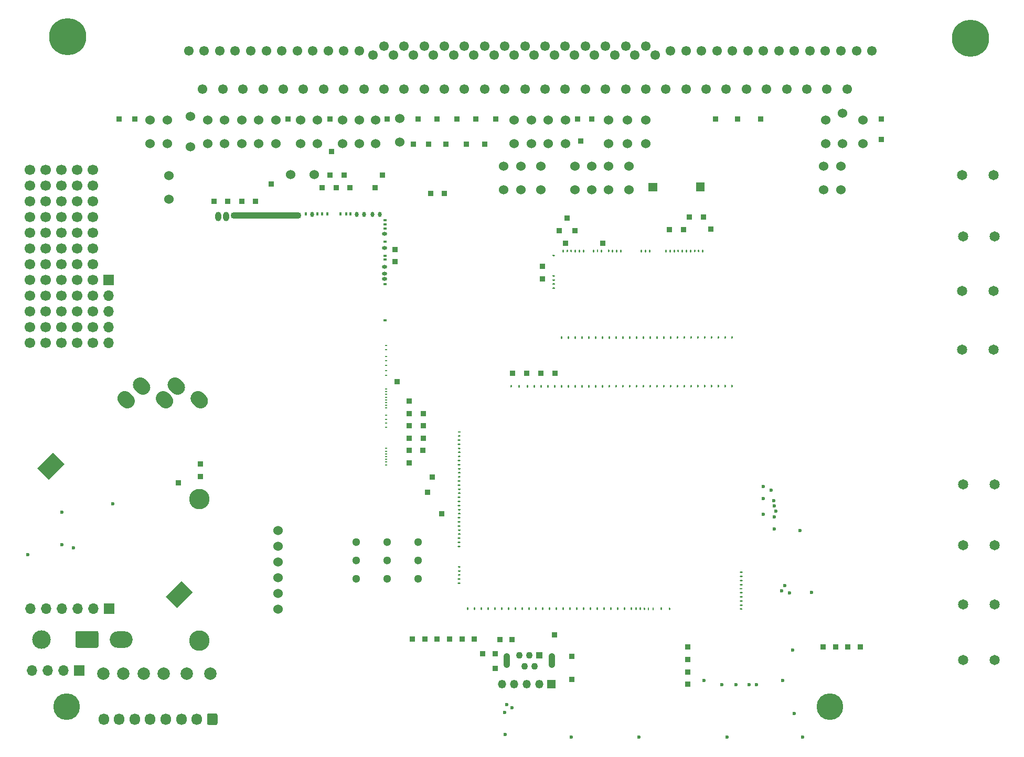
<source format=gbs>
G04 #@! TF.GenerationSoftware,KiCad,Pcbnew,(6.0.5)*
G04 #@! TF.CreationDate,2022-06-21T11:33:01+03:00*
G04 #@! TF.ProjectId,hellen88bmw,68656c6c-656e-4383-9862-6d772e6b6963,B*
G04 #@! TF.SameCoordinates,PX3d1b110PY9269338*
G04 #@! TF.FileFunction,Soldermask,Bot*
G04 #@! TF.FilePolarity,Negative*
%FSLAX46Y46*%
G04 Gerber Fmt 4.6, Leading zero omitted, Abs format (unit mm)*
G04 Created by KiCad (PCBNEW (6.0.5)) date 2022-06-21 11:33:01*
%MOMM*%
%LPD*%
G01*
G04 APERTURE LIST*
%ADD10C,0.100000*%
%ADD11C,0.599999*%
%ADD12O,1.000001X1.500000*%
%ADD13O,11.400000X1.100000*%
%ADD14O,0.399999X0.599999*%
%ADD15O,0.599999X0.800001*%
%ADD16O,0.599999X0.399999*%
%ADD17O,0.800001X0.599999*%
%ADD18O,0.399999X0.200000*%
%ADD19C,1.524000*%
%ADD20C,1.550000*%
%ADD21C,6.000000*%
%ADD22R,1.700000X1.700000*%
%ADD23O,1.700000X1.700000*%
%ADD24C,4.300000*%
%ADD25C,1.650000*%
%ADD26R,0.850000X0.850000*%
%ADD27O,1.350000X1.350000*%
%ADD28R,1.350000X1.350000*%
%ADD29C,1.700000*%
%ADD30C,2.000000*%
%ADD31C,1.300000*%
%ADD32O,3.700000X2.700000*%
%ADD33C,3.000000*%
%ADD34O,1.700000X1.850000*%
%ADD35O,1.100000X2.400000*%
%ADD36C,1.100000*%
%ADD37R,1.100000X1.100000*%
%ADD38C,3.302000*%
G04 APERTURE END LIST*
D10*
X101337300Y90250200D02*
X102637300Y90250200D01*
X102637300Y90250200D02*
X102637300Y88950200D01*
X102637300Y88950200D02*
X101337300Y88950200D01*
X101337300Y88950200D02*
X101337300Y90250200D01*
G36*
X101337300Y90250200D02*
G01*
X102637300Y90250200D01*
X102637300Y88950200D01*
X101337300Y88950200D01*
X101337300Y90250200D01*
G37*
X108999800Y90300200D02*
X110299800Y90300200D01*
X110299800Y90300200D02*
X110299800Y89000200D01*
X110299800Y89000200D02*
X108999800Y89000200D01*
X108999800Y89000200D02*
X108999800Y90300200D01*
G36*
X108999800Y90300200D02*
G01*
X110299800Y90300200D01*
X110299800Y89000200D01*
X108999800Y89000200D01*
X108999800Y90300200D01*
G37*
G04 #@! TO.C,M11*
G36*
G01*
X70649002Y25723002D02*
X70899002Y25723002D01*
G75*
G02*
X71024002Y25598002I0J-125000D01*
G01*
X71024002Y25598002D01*
G75*
G02*
X70899002Y25473002I-125000J0D01*
G01*
X70649002Y25473002D01*
G75*
G02*
X70524002Y25598002I0J125000D01*
G01*
X70524002Y25598002D01*
G75*
G02*
X70649002Y25723002I125000J0D01*
G01*
G37*
G36*
G01*
X70899002Y26133000D02*
X70649002Y26133000D01*
G75*
G02*
X70524002Y26258000I0J125000D01*
G01*
X70524002Y26258000D01*
G75*
G02*
X70649002Y26383000I125000J0D01*
G01*
X70899002Y26383000D01*
G75*
G02*
X71024002Y26258000I0J-125000D01*
G01*
X71024002Y26258000D01*
G75*
G02*
X70899002Y26133000I-125000J0D01*
G01*
G37*
G36*
G01*
X70899002Y26793005D02*
X70649002Y26793005D01*
G75*
G02*
X70524002Y26918005I0J125000D01*
G01*
X70524002Y26918005D01*
G75*
G02*
X70649002Y27043005I125000J0D01*
G01*
X70899002Y27043005D01*
G75*
G02*
X71024002Y26918005I0J-125000D01*
G01*
X71024002Y26918005D01*
G75*
G02*
X70899002Y26793005I-125000J0D01*
G01*
G37*
G36*
G01*
X70899002Y27453000D02*
X70649002Y27453000D01*
G75*
G02*
X70524002Y27578000I0J125000D01*
G01*
X70524002Y27578000D01*
G75*
G02*
X70649002Y27703000I125000J0D01*
G01*
X70899002Y27703000D01*
G75*
G02*
X71024002Y27578000I0J-125000D01*
G01*
X71024002Y27578000D01*
G75*
G02*
X70899002Y27453000I-125000J0D01*
G01*
G37*
G36*
G01*
X70899002Y28113002D02*
X70649002Y28113002D01*
G75*
G02*
X70524002Y28238002I0J125000D01*
G01*
X70524002Y28238002D01*
G75*
G02*
X70649002Y28363002I125000J0D01*
G01*
X70899002Y28363002D01*
G75*
G02*
X71024002Y28238002I0J-125000D01*
G01*
X71024002Y28238002D01*
G75*
G02*
X70899002Y28113002I-125000J0D01*
G01*
G37*
G36*
G01*
X70899002Y31413003D02*
X70649002Y31413003D01*
G75*
G02*
X70524002Y31538003I0J125000D01*
G01*
X70524002Y31538003D01*
G75*
G02*
X70649002Y31663003I125000J0D01*
G01*
X70899002Y31663003D01*
G75*
G02*
X71024002Y31538003I0J-125000D01*
G01*
X71024002Y31538003D01*
G75*
G02*
X70899002Y31413003I-125000J0D01*
G01*
G37*
G36*
G01*
X70899002Y32073004D02*
X70649002Y32073004D01*
G75*
G02*
X70524002Y32198004I0J125000D01*
G01*
X70524002Y32198004D01*
G75*
G02*
X70649002Y32323004I125000J0D01*
G01*
X70899002Y32323004D01*
G75*
G02*
X71024002Y32198004I0J-125000D01*
G01*
X71024002Y32198004D01*
G75*
G02*
X70899002Y32073004I-125000J0D01*
G01*
G37*
G36*
G01*
X70899002Y32733006D02*
X70649002Y32733006D01*
G75*
G02*
X70524002Y32858006I0J125000D01*
G01*
X70524002Y32858006D01*
G75*
G02*
X70649002Y32983006I125000J0D01*
G01*
X70899002Y32983006D01*
G75*
G02*
X71024002Y32858006I0J-125000D01*
G01*
X71024002Y32858006D01*
G75*
G02*
X70899002Y32733006I-125000J0D01*
G01*
G37*
G36*
G01*
X70899002Y33393004D02*
X70649002Y33393004D01*
G75*
G02*
X70524002Y33518004I0J125000D01*
G01*
X70524002Y33518004D01*
G75*
G02*
X70649002Y33643004I125000J0D01*
G01*
X70899002Y33643004D01*
G75*
G02*
X71024002Y33518004I0J-125000D01*
G01*
X71024002Y33518004D01*
G75*
G02*
X70899002Y33393004I-125000J0D01*
G01*
G37*
G36*
G01*
X70899002Y34053006D02*
X70649002Y34053006D01*
G75*
G02*
X70524002Y34178006I0J125000D01*
G01*
X70524002Y34178006D01*
G75*
G02*
X70649002Y34303006I125000J0D01*
G01*
X70899002Y34303006D01*
G75*
G02*
X71024002Y34178006I0J-125000D01*
G01*
X71024002Y34178006D01*
G75*
G02*
X70899002Y34053006I-125000J0D01*
G01*
G37*
G36*
G01*
X70899002Y34713004D02*
X70649002Y34713004D01*
G75*
G02*
X70524002Y34838004I0J125000D01*
G01*
X70524002Y34838004D01*
G75*
G02*
X70649002Y34963004I125000J0D01*
G01*
X70899002Y34963004D01*
G75*
G02*
X71024002Y34838004I0J-125000D01*
G01*
X71024002Y34838004D01*
G75*
G02*
X70899002Y34713004I-125000J0D01*
G01*
G37*
G36*
G01*
X70899002Y35373005D02*
X70649002Y35373005D01*
G75*
G02*
X70524002Y35498005I0J125000D01*
G01*
X70524002Y35498005D01*
G75*
G02*
X70649002Y35623005I125000J0D01*
G01*
X70899002Y35623005D01*
G75*
G02*
X71024002Y35498005I0J-125000D01*
G01*
X71024002Y35498005D01*
G75*
G02*
X70899002Y35373005I-125000J0D01*
G01*
G37*
G36*
G01*
X70899002Y36033004D02*
X70649002Y36033004D01*
G75*
G02*
X70524002Y36158004I0J125000D01*
G01*
X70524002Y36158004D01*
G75*
G02*
X70649002Y36283004I125000J0D01*
G01*
X70899002Y36283004D01*
G75*
G02*
X71024002Y36158004I0J-125000D01*
G01*
X71024002Y36158004D01*
G75*
G02*
X70899002Y36033004I-125000J0D01*
G01*
G37*
G36*
G01*
X70899002Y36693005D02*
X70649002Y36693005D01*
G75*
G02*
X70524002Y36818005I0J125000D01*
G01*
X70524002Y36818005D01*
G75*
G02*
X70649002Y36943005I125000J0D01*
G01*
X70899002Y36943005D01*
G75*
G02*
X71024002Y36818005I0J-125000D01*
G01*
X71024002Y36818005D01*
G75*
G02*
X70899002Y36693005I-125000J0D01*
G01*
G37*
G36*
G01*
X70899002Y37353004D02*
X70649002Y37353004D01*
G75*
G02*
X70524002Y37478004I0J125000D01*
G01*
X70524002Y37478004D01*
G75*
G02*
X70649002Y37603004I125000J0D01*
G01*
X70899002Y37603004D01*
G75*
G02*
X71024002Y37478004I0J-125000D01*
G01*
X71024002Y37478004D01*
G75*
G02*
X70899002Y37353004I-125000J0D01*
G01*
G37*
G36*
G01*
X70899002Y38013005D02*
X70649002Y38013005D01*
G75*
G02*
X70524002Y38138005I0J125000D01*
G01*
X70524002Y38138005D01*
G75*
G02*
X70649002Y38263005I125000J0D01*
G01*
X70899002Y38263005D01*
G75*
G02*
X71024002Y38138005I0J-125000D01*
G01*
X71024002Y38138005D01*
G75*
G02*
X70899002Y38013005I-125000J0D01*
G01*
G37*
G36*
G01*
X70899002Y38673004D02*
X70649002Y38673004D01*
G75*
G02*
X70524002Y38798004I0J125000D01*
G01*
X70524002Y38798004D01*
G75*
G02*
X70649002Y38923004I125000J0D01*
G01*
X70899002Y38923004D01*
G75*
G02*
X71024002Y38798004I0J-125000D01*
G01*
X71024002Y38798004D01*
G75*
G02*
X70899002Y38673004I-125000J0D01*
G01*
G37*
G36*
G01*
X70899002Y39333005D02*
X70649002Y39333005D01*
G75*
G02*
X70524002Y39458005I0J125000D01*
G01*
X70524002Y39458005D01*
G75*
G02*
X70649002Y39583005I125000J0D01*
G01*
X70899002Y39583005D01*
G75*
G02*
X71024002Y39458005I0J-125000D01*
G01*
X71024002Y39458005D01*
G75*
G02*
X70899002Y39333005I-125000J0D01*
G01*
G37*
G36*
G01*
X70899002Y39993004D02*
X70649002Y39993004D01*
G75*
G02*
X70524002Y40118004I0J125000D01*
G01*
X70524002Y40118004D01*
G75*
G02*
X70649002Y40243004I125000J0D01*
G01*
X70899002Y40243004D01*
G75*
G02*
X71024002Y40118004I0J-125000D01*
G01*
X71024002Y40118004D01*
G75*
G02*
X70899002Y39993004I-125000J0D01*
G01*
G37*
G36*
G01*
X70899002Y40653005D02*
X70649002Y40653005D01*
G75*
G02*
X70524002Y40778005I0J125000D01*
G01*
X70524002Y40778005D01*
G75*
G02*
X70649002Y40903005I125000J0D01*
G01*
X70899002Y40903005D01*
G75*
G02*
X71024002Y40778005I0J-125000D01*
G01*
X71024002Y40778005D01*
G75*
G02*
X70899002Y40653005I-125000J0D01*
G01*
G37*
G36*
G01*
X70899002Y41313004D02*
X70649002Y41313004D01*
G75*
G02*
X70524002Y41438004I0J125000D01*
G01*
X70524002Y41438004D01*
G75*
G02*
X70649002Y41563004I125000J0D01*
G01*
X70899002Y41563004D01*
G75*
G02*
X71024002Y41438004I0J-125000D01*
G01*
X71024002Y41438004D01*
G75*
G02*
X70899002Y41313004I-125000J0D01*
G01*
G37*
G36*
G01*
X70899002Y41973005D02*
X70649002Y41973005D01*
G75*
G02*
X70524002Y42098005I0J125000D01*
G01*
X70524002Y42098005D01*
G75*
G02*
X70649002Y42223005I125000J0D01*
G01*
X70899002Y42223005D01*
G75*
G02*
X71024002Y42098005I0J-125000D01*
G01*
X71024002Y42098005D01*
G75*
G02*
X70899002Y41973005I-125000J0D01*
G01*
G37*
G36*
G01*
X70899002Y42633004D02*
X70649002Y42633004D01*
G75*
G02*
X70524002Y42758004I0J125000D01*
G01*
X70524002Y42758004D01*
G75*
G02*
X70649002Y42883004I125000J0D01*
G01*
X70899002Y42883004D01*
G75*
G02*
X71024002Y42758004I0J-125000D01*
G01*
X71024002Y42758004D01*
G75*
G02*
X70899002Y42633004I-125000J0D01*
G01*
G37*
G36*
G01*
X70899002Y43293005D02*
X70649002Y43293005D01*
G75*
G02*
X70524002Y43418005I0J125000D01*
G01*
X70524002Y43418005D01*
G75*
G02*
X70649002Y43543005I125000J0D01*
G01*
X70899002Y43543005D01*
G75*
G02*
X71024002Y43418005I0J-125000D01*
G01*
X71024002Y43418005D01*
G75*
G02*
X70899002Y43293005I-125000J0D01*
G01*
G37*
G36*
G01*
X70899002Y43953004D02*
X70649002Y43953004D01*
G75*
G02*
X70524002Y44078004I0J125000D01*
G01*
X70524002Y44078004D01*
G75*
G02*
X70649002Y44203004I125000J0D01*
G01*
X70899002Y44203004D01*
G75*
G02*
X71024002Y44078004I0J-125000D01*
G01*
X71024002Y44078004D01*
G75*
G02*
X70899002Y43953004I-125000J0D01*
G01*
G37*
G36*
G01*
X70899002Y44613005D02*
X70649002Y44613005D01*
G75*
G02*
X70524002Y44738005I0J125000D01*
G01*
X70524002Y44738005D01*
G75*
G02*
X70649002Y44863005I125000J0D01*
G01*
X70899002Y44863005D01*
G75*
G02*
X71024002Y44738005I0J-125000D01*
G01*
X71024002Y44738005D01*
G75*
G02*
X70899002Y44613005I-125000J0D01*
G01*
G37*
G36*
G01*
X70899002Y45273003D02*
X70649002Y45273003D01*
G75*
G02*
X70524002Y45398003I0J125000D01*
G01*
X70524002Y45398003D01*
G75*
G02*
X70649002Y45523003I125000J0D01*
G01*
X70899002Y45523003D01*
G75*
G02*
X71024002Y45398003I0J-125000D01*
G01*
X71024002Y45398003D01*
G75*
G02*
X70899002Y45273003I-125000J0D01*
G01*
G37*
G36*
G01*
X70899002Y45933005D02*
X70649002Y45933005D01*
G75*
G02*
X70524002Y46058005I0J125000D01*
G01*
X70524002Y46058005D01*
G75*
G02*
X70649002Y46183005I125000J0D01*
G01*
X70899002Y46183005D01*
G75*
G02*
X71024002Y46058005I0J-125000D01*
G01*
X71024002Y46058005D01*
G75*
G02*
X70899002Y45933005I-125000J0D01*
G01*
G37*
G36*
G01*
X70899002Y46593003D02*
X70649002Y46593003D01*
G75*
G02*
X70524002Y46718003I0J125000D01*
G01*
X70524002Y46718003D01*
G75*
G02*
X70649002Y46843003I125000J0D01*
G01*
X70899002Y46843003D01*
G75*
G02*
X71024002Y46718003I0J-125000D01*
G01*
X71024002Y46718003D01*
G75*
G02*
X70899002Y46593003I-125000J0D01*
G01*
G37*
G36*
G01*
X70899002Y47253005D02*
X70649002Y47253005D01*
G75*
G02*
X70524002Y47378005I0J125000D01*
G01*
X70524002Y47378005D01*
G75*
G02*
X70649002Y47503005I125000J0D01*
G01*
X70899002Y47503005D01*
G75*
G02*
X71024002Y47378005I0J-125000D01*
G01*
X71024002Y47378005D01*
G75*
G02*
X70899002Y47253005I-125000J0D01*
G01*
G37*
G36*
G01*
X70899002Y47913003D02*
X70649002Y47913003D01*
G75*
G02*
X70524002Y48038003I0J125000D01*
G01*
X70524002Y48038003D01*
G75*
G02*
X70649002Y48163003I125000J0D01*
G01*
X70899002Y48163003D01*
G75*
G02*
X71024002Y48038003I0J-125000D01*
G01*
X71024002Y48038003D01*
G75*
G02*
X70899002Y47913003I-125000J0D01*
G01*
G37*
G36*
G01*
X70899002Y48573004D02*
X70649002Y48573004D01*
G75*
G02*
X70524002Y48698004I0J125000D01*
G01*
X70524002Y48698004D01*
G75*
G02*
X70649002Y48823004I125000J0D01*
G01*
X70899002Y48823004D01*
G75*
G02*
X71024002Y48698004I0J-125000D01*
G01*
X71024002Y48698004D01*
G75*
G02*
X70899002Y48573004I-125000J0D01*
G01*
G37*
G36*
G01*
X70899002Y49233003D02*
X70649002Y49233003D01*
G75*
G02*
X70524002Y49358003I0J125000D01*
G01*
X70524002Y49358003D01*
G75*
G02*
X70649002Y49483003I125000J0D01*
G01*
X70899002Y49483003D01*
G75*
G02*
X71024002Y49358003I0J-125000D01*
G01*
X71024002Y49358003D01*
G75*
G02*
X70899002Y49233003I-125000J0D01*
G01*
G37*
G36*
G01*
X70899002Y49893004D02*
X70649002Y49893004D01*
G75*
G02*
X70524002Y50018004I0J125000D01*
G01*
X70524002Y50018004D01*
G75*
G02*
X70649002Y50143004I125000J0D01*
G01*
X70899002Y50143004D01*
G75*
G02*
X71024002Y50018004I0J-125000D01*
G01*
X71024002Y50018004D01*
G75*
G02*
X70899002Y49893004I-125000J0D01*
G01*
G37*
G36*
G01*
X104596000Y21346000D02*
X104596000Y21596000D01*
G75*
G02*
X104721000Y21721000I125000J0D01*
G01*
X104721000Y21721000D01*
G75*
G02*
X104846000Y21596000I0J-125000D01*
G01*
X104846000Y21346000D01*
G75*
G02*
X104721000Y21221000I-125000J0D01*
G01*
X104721000Y21221000D01*
G75*
G02*
X104596000Y21346000I0J125000D01*
G01*
G37*
G36*
G01*
X103525998Y21596000D02*
X103525998Y21346000D01*
G75*
G02*
X103400998Y21221000I-125000J0D01*
G01*
X103400998Y21221000D01*
G75*
G02*
X103275998Y21346000I0J125000D01*
G01*
X103275998Y21596000D01*
G75*
G02*
X103400998Y21721000I125000J0D01*
G01*
X103400998Y21721000D01*
G75*
G02*
X103525998Y21596000I0J-125000D01*
G01*
G37*
G36*
G01*
X102205995Y21596000D02*
X102205995Y21346000D01*
G75*
G02*
X102080995Y21221000I-125000J0D01*
G01*
X102080995Y21221000D01*
G75*
G02*
X101955995Y21346000I0J125000D01*
G01*
X101955995Y21596000D01*
G75*
G02*
X102080995Y21721000I125000J0D01*
G01*
X102080995Y21721000D01*
G75*
G02*
X102205995Y21596000I0J-125000D01*
G01*
G37*
G36*
G01*
X101445997Y21596000D02*
X101445997Y21346000D01*
G75*
G02*
X101320997Y21221000I-125000J0D01*
G01*
X101320997Y21221000D01*
G75*
G02*
X101195997Y21346000I0J125000D01*
G01*
X101195997Y21596000D01*
G75*
G02*
X101320997Y21721000I125000J0D01*
G01*
X101320997Y21721000D01*
G75*
G02*
X101445997Y21596000I0J-125000D01*
G01*
G37*
G36*
G01*
X100780994Y21596000D02*
X100780994Y21346000D01*
G75*
G02*
X100655994Y21221000I-125000J0D01*
G01*
X100655994Y21221000D01*
G75*
G02*
X100530994Y21346000I0J125000D01*
G01*
X100530994Y21596000D01*
G75*
G02*
X100655994Y21721000I125000J0D01*
G01*
X100655994Y21721000D01*
G75*
G02*
X100780994Y21596000I0J-125000D01*
G01*
G37*
G36*
G01*
X100115992Y21596000D02*
X100115992Y21346000D01*
G75*
G02*
X99990992Y21221000I-125000J0D01*
G01*
X99990992Y21221000D01*
G75*
G02*
X99865992Y21346000I0J125000D01*
G01*
X99865992Y21596000D01*
G75*
G02*
X99990992Y21721000I125000J0D01*
G01*
X99990992Y21721000D01*
G75*
G02*
X100115992Y21596000I0J-125000D01*
G01*
G37*
G36*
G01*
X99451002Y21596000D02*
X99451002Y21346000D01*
G75*
G02*
X99326002Y21221000I-125000J0D01*
G01*
X99326002Y21221000D01*
G75*
G02*
X99201002Y21346000I0J125000D01*
G01*
X99201002Y21596000D01*
G75*
G02*
X99326002Y21721000I125000J0D01*
G01*
X99326002Y21721000D01*
G75*
G02*
X99451002Y21596000I0J-125000D01*
G01*
G37*
G36*
G01*
X98676002Y21596000D02*
X98676002Y21346000D01*
G75*
G02*
X98551002Y21221000I-125000J0D01*
G01*
X98551002Y21221000D01*
G75*
G02*
X98426002Y21346000I0J125000D01*
G01*
X98426002Y21596000D01*
G75*
G02*
X98551002Y21721000I125000J0D01*
G01*
X98551002Y21721000D01*
G75*
G02*
X98676002Y21596000I0J-125000D01*
G01*
G37*
G36*
G01*
X97576004Y21596000D02*
X97576004Y21346000D01*
G75*
G02*
X97451004Y21221000I-125000J0D01*
G01*
X97451004Y21221000D01*
G75*
G02*
X97326004Y21346000I0J125000D01*
G01*
X97326004Y21596000D01*
G75*
G02*
X97451004Y21721000I125000J0D01*
G01*
X97451004Y21721000D01*
G75*
G02*
X97576004Y21596000I0J-125000D01*
G01*
G37*
G36*
G01*
X96476007Y21596000D02*
X96476007Y21346000D01*
G75*
G02*
X96351007Y21221000I-125000J0D01*
G01*
X96351007Y21221000D01*
G75*
G02*
X96226007Y21346000I0J125000D01*
G01*
X96226007Y21596000D01*
G75*
G02*
X96351007Y21721000I125000J0D01*
G01*
X96351007Y21721000D01*
G75*
G02*
X96476007Y21596000I0J-125000D01*
G01*
G37*
G36*
G01*
X95376009Y21596000D02*
X95376009Y21346000D01*
G75*
G02*
X95251009Y21221000I-125000J0D01*
G01*
X95251009Y21221000D01*
G75*
G02*
X95126009Y21346000I0J125000D01*
G01*
X95126009Y21596000D01*
G75*
G02*
X95251009Y21721000I125000J0D01*
G01*
X95251009Y21721000D01*
G75*
G02*
X95376009Y21596000I0J-125000D01*
G01*
G37*
G36*
G01*
X94276011Y21596000D02*
X94276011Y21346000D01*
G75*
G02*
X94151011Y21221000I-125000J0D01*
G01*
X94151011Y21221000D01*
G75*
G02*
X94026011Y21346000I0J125000D01*
G01*
X94026011Y21596000D01*
G75*
G02*
X94151011Y21721000I125000J0D01*
G01*
X94151011Y21721000D01*
G75*
G02*
X94276011Y21596000I0J-125000D01*
G01*
G37*
G36*
G01*
X93176013Y21596000D02*
X93176013Y21346000D01*
G75*
G02*
X93051013Y21221000I-125000J0D01*
G01*
X93051013Y21221000D01*
G75*
G02*
X92926013Y21346000I0J125000D01*
G01*
X92926013Y21596000D01*
G75*
G02*
X93051013Y21721000I125000J0D01*
G01*
X93051013Y21721000D01*
G75*
G02*
X93176013Y21596000I0J-125000D01*
G01*
G37*
G36*
G01*
X92076015Y21596000D02*
X92076015Y21346000D01*
G75*
G02*
X91951015Y21221000I-125000J0D01*
G01*
X91951015Y21221000D01*
G75*
G02*
X91826015Y21346000I0J125000D01*
G01*
X91826015Y21596000D01*
G75*
G02*
X91951015Y21721000I125000J0D01*
G01*
X91951015Y21721000D01*
G75*
G02*
X92076015Y21596000I0J-125000D01*
G01*
G37*
G36*
G01*
X90976018Y21596000D02*
X90976018Y21346000D01*
G75*
G02*
X90851018Y21221000I-125000J0D01*
G01*
X90851018Y21221000D01*
G75*
G02*
X90726018Y21346000I0J125000D01*
G01*
X90726018Y21596000D01*
G75*
G02*
X90851018Y21721000I125000J0D01*
G01*
X90851018Y21721000D01*
G75*
G02*
X90976018Y21596000I0J-125000D01*
G01*
G37*
G36*
G01*
X89876020Y21596000D02*
X89876020Y21346000D01*
G75*
G02*
X89751020Y21221000I-125000J0D01*
G01*
X89751020Y21221000D01*
G75*
G02*
X89626020Y21346000I0J125000D01*
G01*
X89626020Y21596000D01*
G75*
G02*
X89751020Y21721000I125000J0D01*
G01*
X89751020Y21721000D01*
G75*
G02*
X89876020Y21596000I0J-125000D01*
G01*
G37*
G36*
G01*
X88776022Y21596000D02*
X88776022Y21346000D01*
G75*
G02*
X88651022Y21221000I-125000J0D01*
G01*
X88651022Y21221000D01*
G75*
G02*
X88526022Y21346000I0J125000D01*
G01*
X88526022Y21596000D01*
G75*
G02*
X88651022Y21721000I125000J0D01*
G01*
X88651022Y21721000D01*
G75*
G02*
X88776022Y21596000I0J-125000D01*
G01*
G37*
G36*
G01*
X87676024Y21596000D02*
X87676024Y21346000D01*
G75*
G02*
X87551024Y21221000I-125000J0D01*
G01*
X87551024Y21221000D01*
G75*
G02*
X87426024Y21346000I0J125000D01*
G01*
X87426024Y21596000D01*
G75*
G02*
X87551024Y21721000I125000J0D01*
G01*
X87551024Y21721000D01*
G75*
G02*
X87676024Y21596000I0J-125000D01*
G01*
G37*
G36*
G01*
X86576026Y21596000D02*
X86576026Y21346000D01*
G75*
G02*
X86451026Y21221000I-125000J0D01*
G01*
X86451026Y21221000D01*
G75*
G02*
X86326026Y21346000I0J125000D01*
G01*
X86326026Y21596000D01*
G75*
G02*
X86451026Y21721000I125000J0D01*
G01*
X86451026Y21721000D01*
G75*
G02*
X86576026Y21596000I0J-125000D01*
G01*
G37*
G36*
G01*
X85476029Y21596000D02*
X85476029Y21346000D01*
G75*
G02*
X85351029Y21221000I-125000J0D01*
G01*
X85351029Y21221000D01*
G75*
G02*
X85226029Y21346000I0J125000D01*
G01*
X85226029Y21596000D01*
G75*
G02*
X85351029Y21721000I125000J0D01*
G01*
X85351029Y21721000D01*
G75*
G02*
X85476029Y21596000I0J-125000D01*
G01*
G37*
G36*
G01*
X84376031Y21596000D02*
X84376031Y21346000D01*
G75*
G02*
X84251031Y21221000I-125000J0D01*
G01*
X84251031Y21221000D01*
G75*
G02*
X84126031Y21346000I0J125000D01*
G01*
X84126031Y21596000D01*
G75*
G02*
X84251031Y21721000I125000J0D01*
G01*
X84251031Y21721000D01*
G75*
G02*
X84376031Y21596000I0J-125000D01*
G01*
G37*
G36*
G01*
X83276033Y21596000D02*
X83276033Y21346000D01*
G75*
G02*
X83151033Y21221000I-125000J0D01*
G01*
X83151033Y21221000D01*
G75*
G02*
X83026033Y21346000I0J125000D01*
G01*
X83026033Y21596000D01*
G75*
G02*
X83151033Y21721000I125000J0D01*
G01*
X83151033Y21721000D01*
G75*
G02*
X83276033Y21596000I0J-125000D01*
G01*
G37*
G36*
G01*
X82176035Y21596000D02*
X82176035Y21346000D01*
G75*
G02*
X82051035Y21221000I-125000J0D01*
G01*
X82051035Y21221000D01*
G75*
G02*
X81926035Y21346000I0J125000D01*
G01*
X81926035Y21596000D01*
G75*
G02*
X82051035Y21721000I125000J0D01*
G01*
X82051035Y21721000D01*
G75*
G02*
X82176035Y21596000I0J-125000D01*
G01*
G37*
G36*
G01*
X81076037Y21596000D02*
X81076037Y21346000D01*
G75*
G02*
X80951037Y21221000I-125000J0D01*
G01*
X80951037Y21221000D01*
G75*
G02*
X80826037Y21346000I0J125000D01*
G01*
X80826037Y21596000D01*
G75*
G02*
X80951037Y21721000I125000J0D01*
G01*
X80951037Y21721000D01*
G75*
G02*
X81076037Y21596000I0J-125000D01*
G01*
G37*
G36*
G01*
X79976040Y21596000D02*
X79976040Y21346000D01*
G75*
G02*
X79851040Y21221000I-125000J0D01*
G01*
X79851040Y21221000D01*
G75*
G02*
X79726040Y21346000I0J125000D01*
G01*
X79726040Y21596000D01*
G75*
G02*
X79851040Y21721000I125000J0D01*
G01*
X79851040Y21721000D01*
G75*
G02*
X79976040Y21596000I0J-125000D01*
G01*
G37*
G36*
G01*
X78876042Y21596000D02*
X78876042Y21346000D01*
G75*
G02*
X78751042Y21221000I-125000J0D01*
G01*
X78751042Y21221000D01*
G75*
G02*
X78626042Y21346000I0J125000D01*
G01*
X78626042Y21596000D01*
G75*
G02*
X78751042Y21721000I125000J0D01*
G01*
X78751042Y21721000D01*
G75*
G02*
X78876042Y21596000I0J-125000D01*
G01*
G37*
G36*
G01*
X77776044Y21596000D02*
X77776044Y21346000D01*
G75*
G02*
X77651044Y21221000I-125000J0D01*
G01*
X77651044Y21221000D01*
G75*
G02*
X77526044Y21346000I0J125000D01*
G01*
X77526044Y21596000D01*
G75*
G02*
X77651044Y21721000I125000J0D01*
G01*
X77651044Y21721000D01*
G75*
G02*
X77776044Y21596000I0J-125000D01*
G01*
G37*
G36*
G01*
X76676046Y21596000D02*
X76676046Y21346000D01*
G75*
G02*
X76551046Y21221000I-125000J0D01*
G01*
X76551046Y21221000D01*
G75*
G02*
X76426046Y21346000I0J125000D01*
G01*
X76426046Y21596000D01*
G75*
G02*
X76551046Y21721000I125000J0D01*
G01*
X76551046Y21721000D01*
G75*
G02*
X76676046Y21596000I0J-125000D01*
G01*
G37*
G36*
G01*
X75576048Y21596000D02*
X75576048Y21346000D01*
G75*
G02*
X75451048Y21221000I-125000J0D01*
G01*
X75451048Y21221000D01*
G75*
G02*
X75326048Y21346000I0J125000D01*
G01*
X75326048Y21596000D01*
G75*
G02*
X75451048Y21721000I125000J0D01*
G01*
X75451048Y21721000D01*
G75*
G02*
X75576048Y21596000I0J-125000D01*
G01*
G37*
G36*
G01*
X74476051Y21596000D02*
X74476051Y21346000D01*
G75*
G02*
X74351051Y21221000I-125000J0D01*
G01*
X74351051Y21221000D01*
G75*
G02*
X74226051Y21346000I0J125000D01*
G01*
X74226051Y21596000D01*
G75*
G02*
X74351051Y21721000I125000J0D01*
G01*
X74351051Y21721000D01*
G75*
G02*
X74476051Y21596000I0J-125000D01*
G01*
G37*
G36*
G01*
X73376053Y21596000D02*
X73376053Y21346000D01*
G75*
G02*
X73251053Y21221000I-125000J0D01*
G01*
X73251053Y21221000D01*
G75*
G02*
X73126053Y21346000I0J125000D01*
G01*
X73126053Y21596000D01*
G75*
G02*
X73251053Y21721000I125000J0D01*
G01*
X73251053Y21721000D01*
G75*
G02*
X73376053Y21596000I0J-125000D01*
G01*
G37*
G36*
G01*
X72276055Y21596000D02*
X72276055Y21346000D01*
G75*
G02*
X72151055Y21221000I-125000J0D01*
G01*
X72151055Y21221000D01*
G75*
G02*
X72026055Y21346000I0J125000D01*
G01*
X72026055Y21596000D01*
G75*
G02*
X72151055Y21721000I125000J0D01*
G01*
X72151055Y21721000D01*
G75*
G02*
X72276055Y21596000I0J-125000D01*
G01*
G37*
G36*
G01*
X79275998Y57525000D02*
X79275998Y57275000D01*
G75*
G02*
X79150998Y57150000I-125000J0D01*
G01*
X79150998Y57150000D01*
G75*
G02*
X79025998Y57275000I0J125000D01*
G01*
X79025998Y57525000D01*
G75*
G02*
X79150998Y57650000I125000J0D01*
G01*
X79150998Y57650000D01*
G75*
G02*
X79275998Y57525000I0J-125000D01*
G01*
G37*
G36*
G01*
X80346000Y57275000D02*
X80346000Y57525000D01*
G75*
G02*
X80471000Y57650000I125000J0D01*
G01*
X80471000Y57650000D01*
G75*
G02*
X80596000Y57525000I0J-125000D01*
G01*
X80596000Y57275000D01*
G75*
G02*
X80471000Y57150000I-125000J0D01*
G01*
X80471000Y57150000D01*
G75*
G02*
X80346000Y57275000I0J125000D01*
G01*
G37*
G36*
G01*
X81666003Y57275000D02*
X81666003Y57525000D01*
G75*
G02*
X81791003Y57650000I125000J0D01*
G01*
X81791003Y57650000D01*
G75*
G02*
X81916003Y57525000I0J-125000D01*
G01*
X81916003Y57275000D01*
G75*
G02*
X81791003Y57150000I-125000J0D01*
G01*
X81791003Y57150000D01*
G75*
G02*
X81666003Y57275000I0J125000D01*
G01*
G37*
G36*
G01*
X82766000Y57275000D02*
X82766000Y57525000D01*
G75*
G02*
X82891000Y57650000I125000J0D01*
G01*
X82891000Y57650000D01*
G75*
G02*
X83016000Y57525000I0J-125000D01*
G01*
X83016000Y57275000D01*
G75*
G02*
X82891000Y57150000I-125000J0D01*
G01*
X82891000Y57150000D01*
G75*
G02*
X82766000Y57275000I0J125000D01*
G01*
G37*
G36*
G01*
X83865998Y57275000D02*
X83865998Y57525000D01*
G75*
G02*
X83990998Y57650000I125000J0D01*
G01*
X83990998Y57650000D01*
G75*
G02*
X84115998Y57525000I0J-125000D01*
G01*
X84115998Y57275000D01*
G75*
G02*
X83990998Y57150000I-125000J0D01*
G01*
X83990998Y57150000D01*
G75*
G02*
X83865998Y57275000I0J125000D01*
G01*
G37*
G36*
G01*
X84965996Y57275000D02*
X84965996Y57525000D01*
G75*
G02*
X85090996Y57650000I125000J0D01*
G01*
X85090996Y57650000D01*
G75*
G02*
X85215996Y57525000I0J-125000D01*
G01*
X85215996Y57275000D01*
G75*
G02*
X85090996Y57150000I-125000J0D01*
G01*
X85090996Y57150000D01*
G75*
G02*
X84965996Y57275000I0J125000D01*
G01*
G37*
G36*
G01*
X86065994Y57275000D02*
X86065994Y57525000D01*
G75*
G02*
X86190994Y57650000I125000J0D01*
G01*
X86190994Y57650000D01*
G75*
G02*
X86315994Y57525000I0J-125000D01*
G01*
X86315994Y57275000D01*
G75*
G02*
X86190994Y57150000I-125000J0D01*
G01*
X86190994Y57150000D01*
G75*
G02*
X86065994Y57275000I0J125000D01*
G01*
G37*
G36*
G01*
X87165992Y57275000D02*
X87165992Y57525000D01*
G75*
G02*
X87290992Y57650000I125000J0D01*
G01*
X87290992Y57650000D01*
G75*
G02*
X87415992Y57525000I0J-125000D01*
G01*
X87415992Y57275000D01*
G75*
G02*
X87290992Y57150000I-125000J0D01*
G01*
X87290992Y57150000D01*
G75*
G02*
X87165992Y57275000I0J125000D01*
G01*
G37*
G36*
G01*
X88265989Y57275000D02*
X88265989Y57525000D01*
G75*
G02*
X88390989Y57650000I125000J0D01*
G01*
X88390989Y57650000D01*
G75*
G02*
X88515989Y57525000I0J-125000D01*
G01*
X88515989Y57275000D01*
G75*
G02*
X88390989Y57150000I-125000J0D01*
G01*
X88390989Y57150000D01*
G75*
G02*
X88265989Y57275000I0J125000D01*
G01*
G37*
G36*
G01*
X89365987Y57275000D02*
X89365987Y57525000D01*
G75*
G02*
X89490987Y57650000I125000J0D01*
G01*
X89490987Y57650000D01*
G75*
G02*
X89615987Y57525000I0J-125000D01*
G01*
X89615987Y57275000D01*
G75*
G02*
X89490987Y57150000I-125000J0D01*
G01*
X89490987Y57150000D01*
G75*
G02*
X89365987Y57275000I0J125000D01*
G01*
G37*
G36*
G01*
X90465985Y57275000D02*
X90465985Y57525000D01*
G75*
G02*
X90590985Y57650000I125000J0D01*
G01*
X90590985Y57650000D01*
G75*
G02*
X90715985Y57525000I0J-125000D01*
G01*
X90715985Y57275000D01*
G75*
G02*
X90590985Y57150000I-125000J0D01*
G01*
X90590985Y57150000D01*
G75*
G02*
X90465985Y57275000I0J125000D01*
G01*
G37*
G36*
G01*
X91565983Y57275000D02*
X91565983Y57525000D01*
G75*
G02*
X91690983Y57650000I125000J0D01*
G01*
X91690983Y57650000D01*
G75*
G02*
X91815983Y57525000I0J-125000D01*
G01*
X91815983Y57275000D01*
G75*
G02*
X91690983Y57150000I-125000J0D01*
G01*
X91690983Y57150000D01*
G75*
G02*
X91565983Y57275000I0J125000D01*
G01*
G37*
G36*
G01*
X92665981Y57275000D02*
X92665981Y57525000D01*
G75*
G02*
X92790981Y57650000I125000J0D01*
G01*
X92790981Y57650000D01*
G75*
G02*
X92915981Y57525000I0J-125000D01*
G01*
X92915981Y57275000D01*
G75*
G02*
X92790981Y57150000I-125000J0D01*
G01*
X92790981Y57150000D01*
G75*
G02*
X92665981Y57275000I0J125000D01*
G01*
G37*
G36*
G01*
X93765978Y57275000D02*
X93765978Y57525000D01*
G75*
G02*
X93890978Y57650000I125000J0D01*
G01*
X93890978Y57650000D01*
G75*
G02*
X94015978Y57525000I0J-125000D01*
G01*
X94015978Y57275000D01*
G75*
G02*
X93890978Y57150000I-125000J0D01*
G01*
X93890978Y57150000D01*
G75*
G02*
X93765978Y57275000I0J125000D01*
G01*
G37*
G36*
G01*
X94865976Y57275000D02*
X94865976Y57525000D01*
G75*
G02*
X94990976Y57650000I125000J0D01*
G01*
X94990976Y57650000D01*
G75*
G02*
X95115976Y57525000I0J-125000D01*
G01*
X95115976Y57275000D01*
G75*
G02*
X94990976Y57150000I-125000J0D01*
G01*
X94990976Y57150000D01*
G75*
G02*
X94865976Y57275000I0J125000D01*
G01*
G37*
G36*
G01*
X95965974Y57275000D02*
X95965974Y57525000D01*
G75*
G02*
X96090974Y57650000I125000J0D01*
G01*
X96090974Y57650000D01*
G75*
G02*
X96215974Y57525000I0J-125000D01*
G01*
X96215974Y57275000D01*
G75*
G02*
X96090974Y57150000I-125000J0D01*
G01*
X96090974Y57150000D01*
G75*
G02*
X95965974Y57275000I0J125000D01*
G01*
G37*
G36*
G01*
X97065972Y57275000D02*
X97065972Y57525000D01*
G75*
G02*
X97190972Y57650000I125000J0D01*
G01*
X97190972Y57650000D01*
G75*
G02*
X97315972Y57525000I0J-125000D01*
G01*
X97315972Y57275000D01*
G75*
G02*
X97190972Y57150000I-125000J0D01*
G01*
X97190972Y57150000D01*
G75*
G02*
X97065972Y57275000I0J125000D01*
G01*
G37*
G36*
G01*
X98165970Y57275000D02*
X98165970Y57525000D01*
G75*
G02*
X98290970Y57650000I125000J0D01*
G01*
X98290970Y57650000D01*
G75*
G02*
X98415970Y57525000I0J-125000D01*
G01*
X98415970Y57275000D01*
G75*
G02*
X98290970Y57150000I-125000J0D01*
G01*
X98290970Y57150000D01*
G75*
G02*
X98165970Y57275000I0J125000D01*
G01*
G37*
G36*
G01*
X99265967Y57275000D02*
X99265967Y57525000D01*
G75*
G02*
X99390967Y57650000I125000J0D01*
G01*
X99390967Y57650000D01*
G75*
G02*
X99515967Y57525000I0J-125000D01*
G01*
X99515967Y57275000D01*
G75*
G02*
X99390967Y57150000I-125000J0D01*
G01*
X99390967Y57150000D01*
G75*
G02*
X99265967Y57275000I0J125000D01*
G01*
G37*
G36*
G01*
X100365965Y57275000D02*
X100365965Y57525000D01*
G75*
G02*
X100490965Y57650000I125000J0D01*
G01*
X100490965Y57650000D01*
G75*
G02*
X100615965Y57525000I0J-125000D01*
G01*
X100615965Y57275000D01*
G75*
G02*
X100490965Y57150000I-125000J0D01*
G01*
X100490965Y57150000D01*
G75*
G02*
X100365965Y57275000I0J125000D01*
G01*
G37*
G36*
G01*
X101465963Y57275000D02*
X101465963Y57525000D01*
G75*
G02*
X101590963Y57650000I125000J0D01*
G01*
X101590963Y57650000D01*
G75*
G02*
X101715963Y57525000I0J-125000D01*
G01*
X101715963Y57275000D01*
G75*
G02*
X101590963Y57150000I-125000J0D01*
G01*
X101590963Y57150000D01*
G75*
G02*
X101465963Y57275000I0J125000D01*
G01*
G37*
G36*
G01*
X102565961Y57275000D02*
X102565961Y57525000D01*
G75*
G02*
X102690961Y57650000I125000J0D01*
G01*
X102690961Y57650000D01*
G75*
G02*
X102815961Y57525000I0J-125000D01*
G01*
X102815961Y57275000D01*
G75*
G02*
X102690961Y57150000I-125000J0D01*
G01*
X102690961Y57150000D01*
G75*
G02*
X102565961Y57275000I0J125000D01*
G01*
G37*
G36*
G01*
X103665959Y57275000D02*
X103665959Y57525000D01*
G75*
G02*
X103790959Y57650000I125000J0D01*
G01*
X103790959Y57650000D01*
G75*
G02*
X103915959Y57525000I0J-125000D01*
G01*
X103915959Y57275000D01*
G75*
G02*
X103790959Y57150000I-125000J0D01*
G01*
X103790959Y57150000D01*
G75*
G02*
X103665959Y57275000I0J125000D01*
G01*
G37*
G36*
G01*
X104765956Y57275000D02*
X104765956Y57525000D01*
G75*
G02*
X104890956Y57650000I125000J0D01*
G01*
X104890956Y57650000D01*
G75*
G02*
X105015956Y57525000I0J-125000D01*
G01*
X105015956Y57275000D01*
G75*
G02*
X104890956Y57150000I-125000J0D01*
G01*
X104890956Y57150000D01*
G75*
G02*
X104765956Y57275000I0J125000D01*
G01*
G37*
G36*
G01*
X105865954Y57275000D02*
X105865954Y57525000D01*
G75*
G02*
X105990954Y57650000I125000J0D01*
G01*
X105990954Y57650000D01*
G75*
G02*
X106115954Y57525000I0J-125000D01*
G01*
X106115954Y57275000D01*
G75*
G02*
X105990954Y57150000I-125000J0D01*
G01*
X105990954Y57150000D01*
G75*
G02*
X105865954Y57275000I0J125000D01*
G01*
G37*
G36*
G01*
X106965952Y57275000D02*
X106965952Y57525000D01*
G75*
G02*
X107090952Y57650000I125000J0D01*
G01*
X107090952Y57650000D01*
G75*
G02*
X107215952Y57525000I0J-125000D01*
G01*
X107215952Y57275000D01*
G75*
G02*
X107090952Y57150000I-125000J0D01*
G01*
X107090952Y57150000D01*
G75*
G02*
X106965952Y57275000I0J125000D01*
G01*
G37*
G36*
G01*
X108065950Y57275000D02*
X108065950Y57525000D01*
G75*
G02*
X108190950Y57650000I125000J0D01*
G01*
X108190950Y57650000D01*
G75*
G02*
X108315950Y57525000I0J-125000D01*
G01*
X108315950Y57275000D01*
G75*
G02*
X108190950Y57150000I-125000J0D01*
G01*
X108190950Y57150000D01*
G75*
G02*
X108065950Y57275000I0J125000D01*
G01*
G37*
G36*
G01*
X109165948Y57275000D02*
X109165948Y57525000D01*
G75*
G02*
X109290948Y57650000I125000J0D01*
G01*
X109290948Y57650000D01*
G75*
G02*
X109415948Y57525000I0J-125000D01*
G01*
X109415948Y57275000D01*
G75*
G02*
X109290948Y57150000I-125000J0D01*
G01*
X109290948Y57150000D01*
G75*
G02*
X109165948Y57275000I0J125000D01*
G01*
G37*
G36*
G01*
X110265945Y57275000D02*
X110265945Y57525000D01*
G75*
G02*
X110390945Y57650000I125000J0D01*
G01*
X110390945Y57650000D01*
G75*
G02*
X110515945Y57525000I0J-125000D01*
G01*
X110515945Y57275000D01*
G75*
G02*
X110390945Y57150000I-125000J0D01*
G01*
X110390945Y57150000D01*
G75*
G02*
X110265945Y57275000I0J125000D01*
G01*
G37*
G36*
G01*
X111365943Y57275000D02*
X111365943Y57525000D01*
G75*
G02*
X111490943Y57650000I125000J0D01*
G01*
X111490943Y57650000D01*
G75*
G02*
X111615943Y57525000I0J-125000D01*
G01*
X111615943Y57275000D01*
G75*
G02*
X111490943Y57150000I-125000J0D01*
G01*
X111490943Y57150000D01*
G75*
G02*
X111365943Y57275000I0J125000D01*
G01*
G37*
G36*
G01*
X112465941Y57275000D02*
X112465941Y57525000D01*
G75*
G02*
X112590941Y57650000I125000J0D01*
G01*
X112590941Y57650000D01*
G75*
G02*
X112715941Y57525000I0J-125000D01*
G01*
X112715941Y57275000D01*
G75*
G02*
X112590941Y57150000I-125000J0D01*
G01*
X112590941Y57150000D01*
G75*
G02*
X112465941Y57275000I0J125000D01*
G01*
G37*
G36*
G01*
X113565939Y57275000D02*
X113565939Y57525000D01*
G75*
G02*
X113690939Y57650000I125000J0D01*
G01*
X113690939Y57650000D01*
G75*
G02*
X113815939Y57525000I0J-125000D01*
G01*
X113815939Y57275000D01*
G75*
G02*
X113690939Y57150000I-125000J0D01*
G01*
X113690939Y57150000D01*
G75*
G02*
X113565939Y57275000I0J125000D01*
G01*
G37*
G36*
G01*
X114665937Y57275000D02*
X114665937Y57525000D01*
G75*
G02*
X114790937Y57650000I125000J0D01*
G01*
X114790937Y57650000D01*
G75*
G02*
X114915937Y57525000I0J-125000D01*
G01*
X114915937Y57275000D01*
G75*
G02*
X114790937Y57150000I-125000J0D01*
G01*
X114790937Y57150000D01*
G75*
G02*
X114665937Y57275000I0J125000D01*
G01*
G37*
G36*
G01*
X116176000Y27468000D02*
X116426000Y27468000D01*
G75*
G02*
X116551000Y27343000I0J-125000D01*
G01*
X116551000Y27343000D01*
G75*
G02*
X116426000Y27218000I-125000J0D01*
G01*
X116176000Y27218000D01*
G75*
G02*
X116051000Y27343000I0J125000D01*
G01*
X116051000Y27343000D01*
G75*
G02*
X116176000Y27468000I125000J0D01*
G01*
G37*
G36*
G01*
X116176000Y26808000D02*
X116426000Y26808000D01*
G75*
G02*
X116551000Y26683000I0J-125000D01*
G01*
X116551000Y26683000D01*
G75*
G02*
X116426000Y26558000I-125000J0D01*
G01*
X116176000Y26558000D01*
G75*
G02*
X116051000Y26683000I0J125000D01*
G01*
X116051000Y26683000D01*
G75*
G02*
X116176000Y26808000I125000J0D01*
G01*
G37*
G36*
G01*
X116176000Y26147998D02*
X116426000Y26147998D01*
G75*
G02*
X116551000Y26022998I0J-125000D01*
G01*
X116551000Y26022998D01*
G75*
G02*
X116426000Y25897998I-125000J0D01*
G01*
X116176000Y25897998D01*
G75*
G02*
X116051000Y26022998I0J125000D01*
G01*
X116051000Y26022998D01*
G75*
G02*
X116176000Y26147998I125000J0D01*
G01*
G37*
G36*
G01*
X116176000Y25487997D02*
X116426000Y25487997D01*
G75*
G02*
X116551000Y25362997I0J-125000D01*
G01*
X116551000Y25362997D01*
G75*
G02*
X116426000Y25237997I-125000J0D01*
G01*
X116176000Y25237997D01*
G75*
G02*
X116051000Y25362997I0J125000D01*
G01*
X116051000Y25362997D01*
G75*
G02*
X116176000Y25487997I125000J0D01*
G01*
G37*
G36*
G01*
X116176000Y24827995D02*
X116426000Y24827995D01*
G75*
G02*
X116551000Y24702995I0J-125000D01*
G01*
X116551000Y24702995D01*
G75*
G02*
X116426000Y24577995I-125000J0D01*
G01*
X116176000Y24577995D01*
G75*
G02*
X116051000Y24702995I0J125000D01*
G01*
X116051000Y24702995D01*
G75*
G02*
X116176000Y24827995I125000J0D01*
G01*
G37*
G36*
G01*
X116176000Y24167994D02*
X116426000Y24167994D01*
G75*
G02*
X116551000Y24042994I0J-125000D01*
G01*
X116551000Y24042994D01*
G75*
G02*
X116426000Y23917994I-125000J0D01*
G01*
X116176000Y23917994D01*
G75*
G02*
X116051000Y24042994I0J125000D01*
G01*
X116051000Y24042994D01*
G75*
G02*
X116176000Y24167994I125000J0D01*
G01*
G37*
G36*
G01*
X116176000Y23507993D02*
X116426000Y23507993D01*
G75*
G02*
X116551000Y23382993I0J-125000D01*
G01*
X116551000Y23382993D01*
G75*
G02*
X116426000Y23257993I-125000J0D01*
G01*
X116176000Y23257993D01*
G75*
G02*
X116051000Y23382993I0J125000D01*
G01*
X116051000Y23382993D01*
G75*
G02*
X116176000Y23507993I125000J0D01*
G01*
G37*
G36*
G01*
X116176000Y22847992D02*
X116426000Y22847992D01*
G75*
G02*
X116551000Y22722992I0J-125000D01*
G01*
X116551000Y22722992D01*
G75*
G02*
X116426000Y22597992I-125000J0D01*
G01*
X116176000Y22597992D01*
G75*
G02*
X116051000Y22722992I0J125000D01*
G01*
X116051000Y22722992D01*
G75*
G02*
X116176000Y22847992I125000J0D01*
G01*
G37*
G36*
G01*
X116176000Y22187990D02*
X116426000Y22187990D01*
G75*
G02*
X116551000Y22062990I0J-125000D01*
G01*
X116551000Y22062990D01*
G75*
G02*
X116426000Y21937990I-125000J0D01*
G01*
X116176000Y21937990D01*
G75*
G02*
X116051000Y22062990I0J125000D01*
G01*
X116051000Y22062990D01*
G75*
G02*
X116176000Y22187990I125000J0D01*
G01*
G37*
G36*
G01*
X116176000Y21527989D02*
X116426000Y21527989D01*
G75*
G02*
X116551000Y21402989I0J-125000D01*
G01*
X116551000Y21402989D01*
G75*
G02*
X116426000Y21277989I-125000J0D01*
G01*
X116176000Y21277989D01*
G75*
G02*
X116051000Y21402989I0J125000D01*
G01*
X116051000Y21402989D01*
G75*
G02*
X116176000Y21527989I125000J0D01*
G01*
G37*
G04 #@! TD*
D11*
G04 #@! TO.C,M10*
X121661000Y36259868D03*
X119825990Y36684876D03*
X121875998Y37234873D03*
X121661003Y38109832D03*
X121585996Y38959855D03*
X119825990Y39284871D03*
X121135990Y40584838D03*
X119825990Y41234855D03*
X125751005Y34059852D03*
X121675999Y34359854D03*
G04 #@! TD*
D12*
G04 #@! TO.C,M9*
X31924457Y84848000D03*
X33180322Y84848000D03*
D13*
X39624457Y84973001D03*
D14*
X46074449Y85273000D03*
D15*
X47049461Y85172995D03*
D14*
X47919218Y85273000D03*
X48649455Y85273000D03*
X49544218Y85273000D03*
X51619218Y85273000D03*
X52519214Y85273000D03*
X53229456Y85273000D03*
D15*
X54249457Y85173000D03*
X55424456Y85173000D03*
X56774455Y85173000D03*
X57949454Y85173000D03*
D16*
X58849455Y84242761D03*
X58849455Y83548002D03*
X58849455Y82867762D03*
D17*
X58754457Y82048000D03*
D16*
X58849455Y80742763D03*
D17*
X58754457Y79772998D03*
D16*
X58849455Y78498000D03*
X58849455Y77847998D03*
D17*
X58754457Y76647998D03*
X58754457Y75572994D03*
X58754457Y74697992D03*
D16*
X58849455Y73873000D03*
X58849455Y68022999D03*
D18*
X58954456Y63968029D03*
X58954456Y63308027D03*
X58954456Y62247999D03*
X58954456Y61543914D03*
X58954456Y60743875D03*
X58954456Y59943836D03*
X58954456Y59148000D03*
X58954456Y56952998D03*
X58954456Y56512999D03*
X58954456Y56073000D03*
X58954456Y55632998D03*
X58954456Y55192999D03*
X58954456Y54753000D03*
X58954456Y54312998D03*
X58954456Y53872999D03*
X58954456Y52748028D03*
X58954456Y52088030D03*
X58954456Y51428028D03*
X58954456Y50768030D03*
X58954456Y47363000D03*
X58954456Y46923001D03*
X58954456Y46482999D03*
X58954456Y46043000D03*
X58954456Y45603001D03*
X58954456Y45162999D03*
X58954456Y44723000D03*
G04 #@! TD*
D19*
G04 #@! TO.C,JP8*
X43544779Y91600200D03*
X47354779Y91600200D03*
G04 #@! TD*
D20*
G04 #@! TO.C,PP1*
X133392400Y105356400D03*
X130142400Y105356400D03*
X126892400Y105356400D03*
X123642400Y105356400D03*
X120392400Y105356400D03*
X117142400Y105356400D03*
X113892400Y105356400D03*
X110642400Y105356400D03*
X107392400Y105356400D03*
X104142400Y105356400D03*
X100892400Y105356400D03*
X97642400Y105356400D03*
X94392400Y105356400D03*
X91142400Y105356400D03*
X87892400Y105356400D03*
X84642400Y105356400D03*
X81392400Y105356400D03*
X78142400Y105356400D03*
X74892400Y105356400D03*
X71642400Y105356400D03*
X68392400Y105356400D03*
X65142400Y105356400D03*
X61892400Y105356400D03*
X58642400Y105356400D03*
X55392400Y105356400D03*
X52142400Y105356400D03*
X48892400Y105356400D03*
X45642400Y105356400D03*
X42392400Y105356400D03*
X39142400Y105356400D03*
X35892400Y105356400D03*
X32642400Y105356400D03*
X29392400Y105356400D03*
X134892400Y111606400D03*
X129892400Y111606400D03*
X124892400Y111606400D03*
X119892400Y111606400D03*
X114892400Y111606400D03*
X109892400Y111606400D03*
X104892400Y111606400D03*
X100892400Y112356400D03*
X97642400Y112356400D03*
X94392400Y112356400D03*
X91142400Y112356400D03*
X87892400Y112356400D03*
X84642400Y112356400D03*
X81392400Y112356400D03*
X78142400Y112356400D03*
X74892400Y112356400D03*
X71642400Y112356400D03*
X68392400Y112356400D03*
X65142400Y112356400D03*
X61892400Y112356400D03*
X58642400Y112356400D03*
X54642400Y111606400D03*
X49642400Y111606400D03*
X44642400Y111606400D03*
X39642400Y111606400D03*
X34642400Y111606400D03*
X29642400Y111606400D03*
X137392400Y111606400D03*
X132392400Y111606400D03*
X127392400Y111606400D03*
X122392400Y111606400D03*
X117392400Y111606400D03*
X112392400Y111606400D03*
X107392400Y111606400D03*
X102392400Y110856400D03*
X99142400Y110856400D03*
X95892400Y110856400D03*
X92642400Y110856400D03*
X89392400Y110856400D03*
X86142400Y110856400D03*
X82892400Y110856400D03*
X79642400Y110856400D03*
X76392400Y110856400D03*
X73142400Y110856400D03*
X69892400Y110856400D03*
X66642400Y110856400D03*
X63392400Y110856400D03*
X60142400Y110856400D03*
X56892400Y110856400D03*
X52142400Y111606400D03*
X47142400Y111606400D03*
X42142400Y111606400D03*
X37142400Y111606400D03*
X32142400Y111606400D03*
X27142400Y111606400D03*
D21*
X7632400Y113856400D03*
X153342400Y113606400D03*
G04 #@! TD*
D19*
G04 #@! TO.C,JP1*
X20926000Y96618000D03*
X20926000Y100428000D03*
G04 #@! TD*
G04 #@! TO.C,JP3*
X30176000Y100428000D03*
X30176000Y96618000D03*
G04 #@! TD*
G04 #@! TO.C,JP4*
X35676000Y100428000D03*
X35676000Y96618000D03*
G04 #@! TD*
G04 #@! TO.C,JP5*
X45176000Y100428000D03*
X45176000Y96618000D03*
G04 #@! TD*
G04 #@! TO.C,JP7*
X51926000Y100428000D03*
X51926000Y96618000D03*
G04 #@! TD*
G04 #@! TO.C,JP16*
X85176000Y96618000D03*
X85176000Y100428000D03*
G04 #@! TD*
G04 #@! TO.C,JP17*
X87926000Y100428000D03*
X87926000Y96618000D03*
G04 #@! TD*
G04 #@! TO.C,JP20*
X94926000Y92928000D03*
X94926000Y89118000D03*
G04 #@! TD*
G04 #@! TO.C,JP21*
X98176000Y92928000D03*
X98176000Y89118000D03*
G04 #@! TD*
G04 #@! TO.C,JP26*
X129926000Y100428000D03*
X129926000Y96618000D03*
G04 #@! TD*
G04 #@! TO.C,JP27*
X135926000Y96618000D03*
X135926000Y100428000D03*
G04 #@! TD*
G04 #@! TO.C,JP29*
X23676000Y100428000D03*
X23676000Y96618000D03*
G04 #@! TD*
G04 #@! TO.C,JP31*
X32926000Y100428000D03*
X32926000Y96618000D03*
G04 #@! TD*
G04 #@! TO.C,JP32*
X41176000Y100428000D03*
X41176000Y96618000D03*
G04 #@! TD*
G04 #@! TO.C,JP33*
X47926000Y100428000D03*
X47926000Y96618000D03*
G04 #@! TD*
G04 #@! TO.C,JP35*
X57326000Y100428000D03*
X57326000Y96618000D03*
G04 #@! TD*
G04 #@! TO.C,JP41*
X77926000Y92928000D03*
X77926000Y89118000D03*
G04 #@! TD*
G04 #@! TO.C,JP42*
X80726000Y92928000D03*
X80726000Y89118000D03*
G04 #@! TD*
G04 #@! TO.C,JP43*
X82426000Y96618000D03*
X82426000Y100428000D03*
G04 #@! TD*
G04 #@! TO.C,JP46*
X89426000Y92928000D03*
X89426000Y89118000D03*
G04 #@! TD*
G04 #@! TO.C,JP47*
X92176000Y92928000D03*
X92176000Y89118000D03*
G04 #@! TD*
G04 #@! TO.C,JP54*
X132676000Y101523000D03*
X132676000Y96623000D03*
G04 #@! TD*
G04 #@! TO.C,JP56*
X27426000Y100973000D03*
X27426000Y96073000D03*
G04 #@! TD*
G04 #@! TO.C,JP73*
X83926000Y92928000D03*
X83926000Y89118000D03*
G04 #@! TD*
G04 #@! TO.C,JP77*
X94926000Y100428000D03*
X94926000Y96618000D03*
G04 #@! TD*
G04 #@! TO.C,JP78*
X100926000Y100428000D03*
X100926000Y96618000D03*
G04 #@! TD*
G04 #@! TO.C,JP85*
X132376000Y92928000D03*
X132376000Y89118000D03*
G04 #@! TD*
G04 #@! TO.C,JP86*
X129626000Y92928000D03*
X129626000Y89118000D03*
G04 #@! TD*
G04 #@! TO.C,JP59*
X38426000Y96618000D03*
X38426000Y100428000D03*
G04 #@! TD*
D22*
G04 #@! TO.C,J4*
X14158000Y74529000D03*
D23*
X14158000Y71989000D03*
X14158000Y69449000D03*
X14158000Y66909000D03*
X14158000Y64369000D03*
G04 #@! TD*
D24*
G04 #@! TO.C,H1*
X130622000Y5663000D03*
G04 #@! TD*
G04 #@! TO.C,H2*
X7432000Y5663000D03*
G04 #@! TD*
D25*
G04 #@! TO.C,F3*
X157066000Y72823000D03*
X151986000Y72823000D03*
G04 #@! TD*
D26*
G04 #@! TO.C,VIN16*
X84176000Y76773000D03*
G04 #@! TD*
D27*
G04 #@! TO.C,J2*
X77676000Y9273000D03*
X79676000Y9273000D03*
X81676000Y9273000D03*
X83676000Y9273000D03*
D28*
X85676000Y9273000D03*
G04 #@! TD*
D26*
G04 #@! TO.C,VIN5*
X93926000Y80523000D03*
G04 #@! TD*
G04 #@! TO.C,VOUT27*
X28976000Y44823000D03*
G04 #@! TD*
G04 #@! TO.C,MMCU14*
X67926000Y36773000D03*
G04 #@! TD*
G04 #@! TO.C,MMCU4*
X131526001Y15323000D03*
G04 #@! TD*
G04 #@! TO.C,MMCU31*
X63226000Y16573000D03*
G04 #@! TD*
G04 #@! TO.C,cr8*
X15926000Y100523000D03*
G04 #@! TD*
G04 #@! TO.C,VOUT24*
X60776000Y58123000D03*
G04 #@! TD*
G04 #@! TO.C,MMCU28*
X71226000Y16573000D03*
G04 #@! TD*
G04 #@! TO.C,VOUT10*
X49926000Y91474215D03*
G04 #@! TD*
D29*
G04 #@! TO.C,G6*
X1458000Y77069000D03*
X3998000Y77069000D03*
X6538000Y77069000D03*
X9078000Y77069000D03*
X11618000Y77069000D03*
X1458000Y74529000D03*
X3998000Y74529000D03*
X6538000Y74529000D03*
X9078000Y74529000D03*
X11618000Y74529000D03*
X1458000Y71989000D03*
X3998000Y71989000D03*
X6538000Y71989000D03*
X9078000Y71989000D03*
X11618000Y71989000D03*
G04 #@! TD*
D26*
G04 #@! TO.C,cr1*
X70426000Y100523000D03*
G04 #@! TD*
G04 #@! TO.C,MMCU30*
X67226000Y16573000D03*
G04 #@! TD*
G04 #@! TO.C,MMCU18*
X69226000Y16573000D03*
G04 #@! TD*
G04 #@! TO.C,cr11*
X67176000Y100523000D03*
G04 #@! TD*
D30*
G04 #@! TO.C,P3*
X23090213Y11023000D03*
G04 #@! TD*
D26*
G04 #@! TO.C,MMCU9*
X77326000Y16473000D03*
G04 #@! TD*
G04 #@! TO.C,VOUT5*
X48676000Y89474215D03*
G04 #@! TD*
G04 #@! TO.C,VOUT13*
X62676000Y53023000D03*
G04 #@! TD*
G04 #@! TO.C,KNOCK_RAW2*
X74926000Y96523000D03*
G04 #@! TD*
G04 #@! TO.C,MMCU2*
X135526000Y15323000D03*
G04 #@! TD*
G04 #@! TO.C,MMCU7*
X88926000Y10023000D03*
G04 #@! TD*
D19*
G04 #@! TO.C,JP14*
X79676000Y100428000D03*
X79676000Y96618000D03*
G04 #@! TD*
G04 #@! TO.C,JP36*
X61176000Y100630500D03*
X61176000Y96820500D03*
G04 #@! TD*
G04 #@! TO.C,M7*
G36*
G01*
X110226000Y79359999D02*
X110226000Y79109999D01*
G75*
G02*
X110101000Y78984999I-125000J0D01*
G01*
X110101000Y78984999D01*
G75*
G02*
X109976000Y79109999I0J125000D01*
G01*
X109976000Y79359999D01*
G75*
G02*
X110101000Y79484999I125000J0D01*
G01*
X110101000Y79484999D01*
G75*
G02*
X110226000Y79359999I0J-125000D01*
G01*
G37*
G36*
G01*
X109565998Y79359999D02*
X109565998Y79109999D01*
G75*
G02*
X109440998Y78984999I-125000J0D01*
G01*
X109440998Y78984999D01*
G75*
G02*
X109315998Y79109999I0J125000D01*
G01*
X109315998Y79359999D01*
G75*
G02*
X109440998Y79484999I125000J0D01*
G01*
X109440998Y79484999D01*
G75*
G02*
X109565998Y79359999I0J-125000D01*
G01*
G37*
G36*
G01*
X108905997Y79359999D02*
X108905997Y79109999D01*
G75*
G02*
X108780997Y78984999I-125000J0D01*
G01*
X108780997Y78984999D01*
G75*
G02*
X108655997Y79109999I0J125000D01*
G01*
X108655997Y79359999D01*
G75*
G02*
X108780997Y79484999I125000J0D01*
G01*
X108780997Y79484999D01*
G75*
G02*
X108905997Y79359999I0J-125000D01*
G01*
G37*
G36*
G01*
X108245996Y79359999D02*
X108245996Y79109999D01*
G75*
G02*
X108120996Y78984999I-125000J0D01*
G01*
X108120996Y78984999D01*
G75*
G02*
X107995996Y79109999I0J125000D01*
G01*
X107995996Y79359999D01*
G75*
G02*
X108120996Y79484999I125000J0D01*
G01*
X108120996Y79484999D01*
G75*
G02*
X108245996Y79359999I0J-125000D01*
G01*
G37*
G36*
G01*
X107585994Y79359999D02*
X107585994Y79109999D01*
G75*
G02*
X107460994Y78984999I-125000J0D01*
G01*
X107460994Y78984999D01*
G75*
G02*
X107335994Y79109999I0J125000D01*
G01*
X107335994Y79359999D01*
G75*
G02*
X107460994Y79484999I125000J0D01*
G01*
X107460994Y79484999D01*
G75*
G02*
X107585994Y79359999I0J-125000D01*
G01*
G37*
G36*
G01*
X106925993Y79359999D02*
X106925993Y79109999D01*
G75*
G02*
X106800993Y78984999I-125000J0D01*
G01*
X106800993Y78984999D01*
G75*
G02*
X106675993Y79109999I0J125000D01*
G01*
X106675993Y79359999D01*
G75*
G02*
X106800993Y79484999I125000J0D01*
G01*
X106800993Y79484999D01*
G75*
G02*
X106925993Y79359999I0J-125000D01*
G01*
G37*
G36*
G01*
X106265992Y79359999D02*
X106265992Y79109999D01*
G75*
G02*
X106140992Y78984999I-125000J0D01*
G01*
X106140992Y78984999D01*
G75*
G02*
X106015992Y79109999I0J125000D01*
G01*
X106015992Y79359999D01*
G75*
G02*
X106140992Y79484999I125000J0D01*
G01*
X106140992Y79484999D01*
G75*
G02*
X106265992Y79359999I0J-125000D01*
G01*
G37*
G36*
G01*
X105605991Y79359999D02*
X105605991Y79109999D01*
G75*
G02*
X105480991Y78984999I-125000J0D01*
G01*
X105480991Y78984999D01*
G75*
G02*
X105355991Y79109999I0J125000D01*
G01*
X105355991Y79359999D01*
G75*
G02*
X105480991Y79484999I125000J0D01*
G01*
X105480991Y79484999D01*
G75*
G02*
X105605991Y79359999I0J-125000D01*
G01*
G37*
G36*
G01*
X104945989Y79359999D02*
X104945989Y79109999D01*
G75*
G02*
X104820989Y78984999I-125000J0D01*
G01*
X104820989Y78984999D01*
G75*
G02*
X104695989Y79109999I0J125000D01*
G01*
X104695989Y79359999D01*
G75*
G02*
X104820989Y79484999I125000J0D01*
G01*
X104820989Y79484999D01*
G75*
G02*
X104945989Y79359999I0J-125000D01*
G01*
G37*
G36*
G01*
X104285988Y79359999D02*
X104285988Y79109999D01*
G75*
G02*
X104160988Y78984999I-125000J0D01*
G01*
X104160988Y78984999D01*
G75*
G02*
X104035988Y79109999I0J125000D01*
G01*
X104035988Y79359999D01*
G75*
G02*
X104160988Y79484999I125000J0D01*
G01*
X104160988Y79484999D01*
G75*
G02*
X104285988Y79359999I0J-125000D01*
G01*
G37*
G36*
G01*
X101639997Y79359999D02*
X101639997Y79109999D01*
G75*
G02*
X101514997Y78984999I-125000J0D01*
G01*
X101514997Y78984999D01*
G75*
G02*
X101389997Y79109999I0J125000D01*
G01*
X101389997Y79359999D01*
G75*
G02*
X101514997Y79484999I125000J0D01*
G01*
X101514997Y79484999D01*
G75*
G02*
X101639997Y79359999I0J-125000D01*
G01*
G37*
G36*
G01*
X100979995Y79359999D02*
X100979995Y79109999D01*
G75*
G02*
X100854995Y78984999I-125000J0D01*
G01*
X100854995Y78984999D01*
G75*
G02*
X100729995Y79109999I0J125000D01*
G01*
X100729995Y79359999D01*
G75*
G02*
X100854995Y79484999I125000J0D01*
G01*
X100854995Y79484999D01*
G75*
G02*
X100979995Y79359999I0J-125000D01*
G01*
G37*
G36*
G01*
X100319994Y79359999D02*
X100319994Y79109999D01*
G75*
G02*
X100194994Y78984999I-125000J0D01*
G01*
X100194994Y78984999D01*
G75*
G02*
X100069994Y79109999I0J125000D01*
G01*
X100069994Y79359999D01*
G75*
G02*
X100194994Y79484999I125000J0D01*
G01*
X100194994Y79484999D01*
G75*
G02*
X100319994Y79359999I0J-125000D01*
G01*
G37*
G36*
G01*
X96993900Y79359999D02*
X96993900Y79109999D01*
G75*
G02*
X96868900Y78984999I-125000J0D01*
G01*
X96868900Y78984999D01*
G75*
G02*
X96743900Y79109999I0J125000D01*
G01*
X96743900Y79359999D01*
G75*
G02*
X96868900Y79484999I125000J0D01*
G01*
X96868900Y79484999D01*
G75*
G02*
X96993900Y79359999I0J-125000D01*
G01*
G37*
G36*
G01*
X96333898Y79359999D02*
X96333898Y79109999D01*
G75*
G02*
X96208898Y78984999I-125000J0D01*
G01*
X96208898Y78984999D01*
G75*
G02*
X96083898Y79109999I0J125000D01*
G01*
X96083898Y79359999D01*
G75*
G02*
X96208898Y79484999I125000J0D01*
G01*
X96208898Y79484999D01*
G75*
G02*
X96333898Y79359999I0J-125000D01*
G01*
G37*
G36*
G01*
X95673897Y79359999D02*
X95673897Y79109999D01*
G75*
G02*
X95548897Y78984999I-125000J0D01*
G01*
X95548897Y78984999D01*
G75*
G02*
X95423897Y79109999I0J125000D01*
G01*
X95423897Y79359999D01*
G75*
G02*
X95548897Y79484999I125000J0D01*
G01*
X95548897Y79484999D01*
G75*
G02*
X95673897Y79359999I0J-125000D01*
G01*
G37*
G36*
G01*
X95013896Y79359999D02*
X95013896Y79109999D01*
G75*
G02*
X94888896Y78984999I-125000J0D01*
G01*
X94888896Y78984999D01*
G75*
G02*
X94763896Y79109999I0J125000D01*
G01*
X94763896Y79359999D01*
G75*
G02*
X94888896Y79484999I125000J0D01*
G01*
X94888896Y79484999D01*
G75*
G02*
X95013896Y79359999I0J-125000D01*
G01*
G37*
G36*
G01*
X93892997Y79359999D02*
X93892997Y79109999D01*
G75*
G02*
X93767997Y78984999I-125000J0D01*
G01*
X93767997Y78984999D01*
G75*
G02*
X93642997Y79109999I0J125000D01*
G01*
X93642997Y79359999D01*
G75*
G02*
X93767997Y79484999I125000J0D01*
G01*
X93767997Y79484999D01*
G75*
G02*
X93892997Y79359999I0J-125000D01*
G01*
G37*
G36*
G01*
X93232995Y79359999D02*
X93232995Y79109999D01*
G75*
G02*
X93107995Y78984999I-125000J0D01*
G01*
X93107995Y78984999D01*
G75*
G02*
X92982995Y79109999I0J125000D01*
G01*
X92982995Y79359999D01*
G75*
G02*
X93107995Y79484999I125000J0D01*
G01*
X93107995Y79484999D01*
G75*
G02*
X93232995Y79359999I0J-125000D01*
G01*
G37*
G36*
G01*
X92572994Y79359999D02*
X92572994Y79109999D01*
G75*
G02*
X92447994Y78984999I-125000J0D01*
G01*
X92447994Y78984999D01*
G75*
G02*
X92322994Y79109999I0J125000D01*
G01*
X92322994Y79359999D01*
G75*
G02*
X92447994Y79484999I125000J0D01*
G01*
X92447994Y79484999D01*
G75*
G02*
X92572994Y79359999I0J-125000D01*
G01*
G37*
G36*
G01*
X90971997Y79359999D02*
X90971997Y79109999D01*
G75*
G02*
X90846997Y78984999I-125000J0D01*
G01*
X90846997Y78984999D01*
G75*
G02*
X90721997Y79109999I0J125000D01*
G01*
X90721997Y79359999D01*
G75*
G02*
X90846997Y79484999I125000J0D01*
G01*
X90846997Y79484999D01*
G75*
G02*
X90971997Y79359999I0J-125000D01*
G01*
G37*
G36*
G01*
X90311995Y79359999D02*
X90311995Y79109999D01*
G75*
G02*
X90186995Y78984999I-125000J0D01*
G01*
X90186995Y78984999D01*
G75*
G02*
X90061995Y79109999I0J125000D01*
G01*
X90061995Y79359999D01*
G75*
G02*
X90186995Y79484999I125000J0D01*
G01*
X90186995Y79484999D01*
G75*
G02*
X90311995Y79359999I0J-125000D01*
G01*
G37*
G36*
G01*
X89651994Y79359999D02*
X89651994Y79109999D01*
G75*
G02*
X89526994Y78984999I-125000J0D01*
G01*
X89526994Y78984999D01*
G75*
G02*
X89401994Y79109999I0J125000D01*
G01*
X89401994Y79359999D01*
G75*
G02*
X89526994Y79484999I125000J0D01*
G01*
X89526994Y79484999D01*
G75*
G02*
X89651994Y79359999I0J-125000D01*
G01*
G37*
G36*
G01*
X88991993Y79359999D02*
X88991993Y79109999D01*
G75*
G02*
X88866993Y78984999I-125000J0D01*
G01*
X88866993Y78984999D01*
G75*
G02*
X88741993Y79109999I0J125000D01*
G01*
X88741993Y79359999D01*
G75*
G02*
X88866993Y79484999I125000J0D01*
G01*
X88866993Y79484999D01*
G75*
G02*
X88991993Y79359999I0J-125000D01*
G01*
G37*
G36*
G01*
X88331992Y79359999D02*
X88331992Y79109999D01*
G75*
G02*
X88206992Y78984999I-125000J0D01*
G01*
X88206992Y78984999D01*
G75*
G02*
X88081992Y79109999I0J125000D01*
G01*
X88081992Y79359999D01*
G75*
G02*
X88206992Y79484999I125000J0D01*
G01*
X88206992Y79484999D01*
G75*
G02*
X88331992Y79359999I0J-125000D01*
G01*
G37*
G36*
G01*
X87671990Y79359999D02*
X87671990Y79109999D01*
G75*
G02*
X87546990Y78984999I-125000J0D01*
G01*
X87546990Y78984999D01*
G75*
G02*
X87421990Y79109999I0J125000D01*
G01*
X87421990Y79359999D01*
G75*
G02*
X87546990Y79484999I125000J0D01*
G01*
X87546990Y79484999D01*
G75*
G02*
X87671990Y79359999I0J-125000D01*
G01*
G37*
G36*
G01*
X87421046Y65398000D02*
X87421046Y65148000D01*
G75*
G02*
X87296046Y65023000I-125000J0D01*
G01*
X87296046Y65023000D01*
G75*
G02*
X87171046Y65148000I0J125000D01*
G01*
X87171046Y65398000D01*
G75*
G02*
X87296046Y65523000I125000J0D01*
G01*
X87296046Y65523000D01*
G75*
G02*
X87421046Y65398000I0J-125000D01*
G01*
G37*
G36*
G01*
X88521044Y65398000D02*
X88521044Y65148000D01*
G75*
G02*
X88396044Y65023000I-125000J0D01*
G01*
X88396044Y65023000D01*
G75*
G02*
X88271044Y65148000I0J125000D01*
G01*
X88271044Y65398000D01*
G75*
G02*
X88396044Y65523000I125000J0D01*
G01*
X88396044Y65523000D01*
G75*
G02*
X88521044Y65398000I0J-125000D01*
G01*
G37*
G36*
G01*
X89621042Y65398000D02*
X89621042Y65148000D01*
G75*
G02*
X89496042Y65023000I-125000J0D01*
G01*
X89496042Y65023000D01*
G75*
G02*
X89371042Y65148000I0J125000D01*
G01*
X89371042Y65398000D01*
G75*
G02*
X89496042Y65523000I125000J0D01*
G01*
X89496042Y65523000D01*
G75*
G02*
X89621042Y65398000I0J-125000D01*
G01*
G37*
G36*
G01*
X90721039Y65398000D02*
X90721039Y65148000D01*
G75*
G02*
X90596039Y65023000I-125000J0D01*
G01*
X90596039Y65023000D01*
G75*
G02*
X90471039Y65148000I0J125000D01*
G01*
X90471039Y65398000D01*
G75*
G02*
X90596039Y65523000I125000J0D01*
G01*
X90596039Y65523000D01*
G75*
G02*
X90721039Y65398000I0J-125000D01*
G01*
G37*
G36*
G01*
X91821037Y65398000D02*
X91821037Y65148000D01*
G75*
G02*
X91696037Y65023000I-125000J0D01*
G01*
X91696037Y65023000D01*
G75*
G02*
X91571037Y65148000I0J125000D01*
G01*
X91571037Y65398000D01*
G75*
G02*
X91696037Y65523000I125000J0D01*
G01*
X91696037Y65523000D01*
G75*
G02*
X91821037Y65398000I0J-125000D01*
G01*
G37*
G36*
G01*
X92921035Y65398000D02*
X92921035Y65148000D01*
G75*
G02*
X92796035Y65023000I-125000J0D01*
G01*
X92796035Y65023000D01*
G75*
G02*
X92671035Y65148000I0J125000D01*
G01*
X92671035Y65398000D01*
G75*
G02*
X92796035Y65523000I125000J0D01*
G01*
X92796035Y65523000D01*
G75*
G02*
X92921035Y65398000I0J-125000D01*
G01*
G37*
G36*
G01*
X94021033Y65398000D02*
X94021033Y65148000D01*
G75*
G02*
X93896033Y65023000I-125000J0D01*
G01*
X93896033Y65023000D01*
G75*
G02*
X93771033Y65148000I0J125000D01*
G01*
X93771033Y65398000D01*
G75*
G02*
X93896033Y65523000I125000J0D01*
G01*
X93896033Y65523000D01*
G75*
G02*
X94021033Y65398000I0J-125000D01*
G01*
G37*
G36*
G01*
X95121031Y65398000D02*
X95121031Y65148000D01*
G75*
G02*
X94996031Y65023000I-125000J0D01*
G01*
X94996031Y65023000D01*
G75*
G02*
X94871031Y65148000I0J125000D01*
G01*
X94871031Y65398000D01*
G75*
G02*
X94996031Y65523000I125000J0D01*
G01*
X94996031Y65523000D01*
G75*
G02*
X95121031Y65398000I0J-125000D01*
G01*
G37*
G36*
G01*
X96221028Y65398000D02*
X96221028Y65148000D01*
G75*
G02*
X96096028Y65023000I-125000J0D01*
G01*
X96096028Y65023000D01*
G75*
G02*
X95971028Y65148000I0J125000D01*
G01*
X95971028Y65398000D01*
G75*
G02*
X96096028Y65523000I125000J0D01*
G01*
X96096028Y65523000D01*
G75*
G02*
X96221028Y65398000I0J-125000D01*
G01*
G37*
G36*
G01*
X97321026Y65398000D02*
X97321026Y65148000D01*
G75*
G02*
X97196026Y65023000I-125000J0D01*
G01*
X97196026Y65023000D01*
G75*
G02*
X97071026Y65148000I0J125000D01*
G01*
X97071026Y65398000D01*
G75*
G02*
X97196026Y65523000I125000J0D01*
G01*
X97196026Y65523000D01*
G75*
G02*
X97321026Y65398000I0J-125000D01*
G01*
G37*
G36*
G01*
X98421024Y65398000D02*
X98421024Y65148000D01*
G75*
G02*
X98296024Y65023000I-125000J0D01*
G01*
X98296024Y65023000D01*
G75*
G02*
X98171024Y65148000I0J125000D01*
G01*
X98171024Y65398000D01*
G75*
G02*
X98296024Y65523000I125000J0D01*
G01*
X98296024Y65523000D01*
G75*
G02*
X98421024Y65398000I0J-125000D01*
G01*
G37*
G36*
G01*
X99521022Y65398000D02*
X99521022Y65148000D01*
G75*
G02*
X99396022Y65023000I-125000J0D01*
G01*
X99396022Y65023000D01*
G75*
G02*
X99271022Y65148000I0J125000D01*
G01*
X99271022Y65398000D01*
G75*
G02*
X99396022Y65523000I125000J0D01*
G01*
X99396022Y65523000D01*
G75*
G02*
X99521022Y65398000I0J-125000D01*
G01*
G37*
G36*
G01*
X100621020Y65398000D02*
X100621020Y65148000D01*
G75*
G02*
X100496020Y65023000I-125000J0D01*
G01*
X100496020Y65023000D01*
G75*
G02*
X100371020Y65148000I0J125000D01*
G01*
X100371020Y65398000D01*
G75*
G02*
X100496020Y65523000I125000J0D01*
G01*
X100496020Y65523000D01*
G75*
G02*
X100621020Y65398000I0J-125000D01*
G01*
G37*
G36*
G01*
X101721017Y65398000D02*
X101721017Y65148000D01*
G75*
G02*
X101596017Y65023000I-125000J0D01*
G01*
X101596017Y65023000D01*
G75*
G02*
X101471017Y65148000I0J125000D01*
G01*
X101471017Y65398000D01*
G75*
G02*
X101596017Y65523000I125000J0D01*
G01*
X101596017Y65523000D01*
G75*
G02*
X101721017Y65398000I0J-125000D01*
G01*
G37*
G36*
G01*
X102821015Y65398000D02*
X102821015Y65148000D01*
G75*
G02*
X102696015Y65023000I-125000J0D01*
G01*
X102696015Y65023000D01*
G75*
G02*
X102571015Y65148000I0J125000D01*
G01*
X102571015Y65398000D01*
G75*
G02*
X102696015Y65523000I125000J0D01*
G01*
X102696015Y65523000D01*
G75*
G02*
X102821015Y65398000I0J-125000D01*
G01*
G37*
G36*
G01*
X103921013Y65398000D02*
X103921013Y65148000D01*
G75*
G02*
X103796013Y65023000I-125000J0D01*
G01*
X103796013Y65023000D01*
G75*
G02*
X103671013Y65148000I0J125000D01*
G01*
X103671013Y65398000D01*
G75*
G02*
X103796013Y65523000I125000J0D01*
G01*
X103796013Y65523000D01*
G75*
G02*
X103921013Y65398000I0J-125000D01*
G01*
G37*
G36*
G01*
X105021011Y65398000D02*
X105021011Y65148000D01*
G75*
G02*
X104896011Y65023000I-125000J0D01*
G01*
X104896011Y65023000D01*
G75*
G02*
X104771011Y65148000I0J125000D01*
G01*
X104771011Y65398000D01*
G75*
G02*
X104896011Y65523000I125000J0D01*
G01*
X104896011Y65523000D01*
G75*
G02*
X105021011Y65398000I0J-125000D01*
G01*
G37*
G36*
G01*
X106121009Y65398000D02*
X106121009Y65148000D01*
G75*
G02*
X105996009Y65023000I-125000J0D01*
G01*
X105996009Y65023000D01*
G75*
G02*
X105871009Y65148000I0J125000D01*
G01*
X105871009Y65398000D01*
G75*
G02*
X105996009Y65523000I125000J0D01*
G01*
X105996009Y65523000D01*
G75*
G02*
X106121009Y65398000I0J-125000D01*
G01*
G37*
G36*
G01*
X107221006Y65398000D02*
X107221006Y65148000D01*
G75*
G02*
X107096006Y65023000I-125000J0D01*
G01*
X107096006Y65023000D01*
G75*
G02*
X106971006Y65148000I0J125000D01*
G01*
X106971006Y65398000D01*
G75*
G02*
X107096006Y65523000I125000J0D01*
G01*
X107096006Y65523000D01*
G75*
G02*
X107221006Y65398000I0J-125000D01*
G01*
G37*
G36*
G01*
X108321004Y65398000D02*
X108321004Y65148000D01*
G75*
G02*
X108196004Y65023000I-125000J0D01*
G01*
X108196004Y65023000D01*
G75*
G02*
X108071004Y65148000I0J125000D01*
G01*
X108071004Y65398000D01*
G75*
G02*
X108196004Y65523000I125000J0D01*
G01*
X108196004Y65523000D01*
G75*
G02*
X108321004Y65398000I0J-125000D01*
G01*
G37*
G36*
G01*
X109421002Y65398000D02*
X109421002Y65148000D01*
G75*
G02*
X109296002Y65023000I-125000J0D01*
G01*
X109296002Y65023000D01*
G75*
G02*
X109171002Y65148000I0J125000D01*
G01*
X109171002Y65398000D01*
G75*
G02*
X109296002Y65523000I125000J0D01*
G01*
X109296002Y65523000D01*
G75*
G02*
X109421002Y65398000I0J-125000D01*
G01*
G37*
G36*
G01*
X110521000Y65398000D02*
X110521000Y65148000D01*
G75*
G02*
X110396000Y65023000I-125000J0D01*
G01*
X110396000Y65023000D01*
G75*
G02*
X110271000Y65148000I0J125000D01*
G01*
X110271000Y65398000D01*
G75*
G02*
X110396000Y65523000I125000J0D01*
G01*
X110396000Y65523000D01*
G75*
G02*
X110521000Y65398000I0J-125000D01*
G01*
G37*
G36*
G01*
X111620998Y65398000D02*
X111620998Y65148000D01*
G75*
G02*
X111495998Y65023000I-125000J0D01*
G01*
X111495998Y65023000D01*
G75*
G02*
X111370998Y65148000I0J125000D01*
G01*
X111370998Y65398000D01*
G75*
G02*
X111495998Y65523000I125000J0D01*
G01*
X111495998Y65523000D01*
G75*
G02*
X111620998Y65398000I0J-125000D01*
G01*
G37*
G36*
G01*
X112720995Y65398000D02*
X112720995Y65148000D01*
G75*
G02*
X112595995Y65023000I-125000J0D01*
G01*
X112595995Y65023000D01*
G75*
G02*
X112470995Y65148000I0J125000D01*
G01*
X112470995Y65398000D01*
G75*
G02*
X112595995Y65523000I125000J0D01*
G01*
X112595995Y65523000D01*
G75*
G02*
X112720995Y65398000I0J-125000D01*
G01*
G37*
G36*
G01*
X113820996Y65398000D02*
X113820996Y65148000D01*
G75*
G02*
X113695996Y65023000I-125000J0D01*
G01*
X113695996Y65023000D01*
G75*
G02*
X113570996Y65148000I0J125000D01*
G01*
X113570996Y65398000D01*
G75*
G02*
X113695996Y65523000I125000J0D01*
G01*
X113695996Y65523000D01*
G75*
G02*
X113820996Y65398000I0J-125000D01*
G01*
G37*
G36*
G01*
X114671000Y65148000D02*
X114671000Y65398000D01*
G75*
G02*
X114796000Y65523000I125000J0D01*
G01*
X114796000Y65523000D01*
G75*
G02*
X114921000Y65398000I0J-125000D01*
G01*
X114921000Y65148000D01*
G75*
G02*
X114796000Y65023000I-125000J0D01*
G01*
X114796000Y65023000D01*
G75*
G02*
X114671000Y65148000I0J125000D01*
G01*
G37*
G36*
G01*
X85900998Y78646803D02*
X86150998Y78646803D01*
G75*
G02*
X86275998Y78521803I0J-125000D01*
G01*
X86275998Y78521803D01*
G75*
G02*
X86150998Y78396803I-125000J0D01*
G01*
X85900998Y78396803D01*
G75*
G02*
X85775998Y78521803I0J125000D01*
G01*
X85775998Y78521803D01*
G75*
G02*
X85900998Y78646803I125000J0D01*
G01*
G37*
G36*
G01*
X85900998Y75346796D02*
X86150998Y75346796D01*
G75*
G02*
X86275998Y75221796I0J-125000D01*
G01*
X86275998Y75221796D01*
G75*
G02*
X86150998Y75096796I-125000J0D01*
G01*
X85900998Y75096796D01*
G75*
G02*
X85775998Y75221796I0J125000D01*
G01*
X85775998Y75221796D01*
G75*
G02*
X85900998Y75346796I125000J0D01*
G01*
G37*
G36*
G01*
X85900998Y74686795D02*
X86150998Y74686795D01*
G75*
G02*
X86275998Y74561795I0J-125000D01*
G01*
X86275998Y74561795D01*
G75*
G02*
X86150998Y74436795I-125000J0D01*
G01*
X85900998Y74436795D01*
G75*
G02*
X85775998Y74561795I0J125000D01*
G01*
X85775998Y74561795D01*
G75*
G02*
X85900998Y74686795I125000J0D01*
G01*
G37*
G36*
G01*
X85900998Y74026794D02*
X86150998Y74026794D01*
G75*
G02*
X86275998Y73901794I0J-125000D01*
G01*
X86275998Y73901794D01*
G75*
G02*
X86150998Y73776794I-125000J0D01*
G01*
X85900998Y73776794D01*
G75*
G02*
X85775998Y73901794I0J125000D01*
G01*
X85775998Y73901794D01*
G75*
G02*
X85900998Y74026794I125000J0D01*
G01*
G37*
G36*
G01*
X85900998Y73366793D02*
X86150998Y73366793D01*
G75*
G02*
X86275998Y73241793I0J-125000D01*
G01*
X86275998Y73241793D01*
G75*
G02*
X86150998Y73116793I-125000J0D01*
G01*
X85900998Y73116793D01*
G75*
G02*
X85775998Y73241793I0J125000D01*
G01*
X85775998Y73241793D01*
G75*
G02*
X85900998Y73366793I125000J0D01*
G01*
G37*
G04 #@! TD*
D26*
G04 #@! TO.C,MMCU10*
X76576000Y14173000D03*
G04 #@! TD*
D25*
G04 #@! TO.C,F8*
X157166000Y81623000D03*
X152086000Y81623000D03*
G04 #@! TD*
D26*
G04 #@! TO.C,MMCU29*
X64976000Y49023000D03*
G04 #@! TD*
D25*
G04 #@! TO.C,F2*
X157166000Y41523000D03*
X152086000Y41523000D03*
G04 #@! TD*
D26*
G04 #@! TO.C,MMCU15*
X65226000Y16573000D03*
G04 #@! TD*
G04 #@! TO.C,cr15*
X59176000Y100523000D03*
G04 #@! TD*
G04 #@! TO.C,MMCU8*
X79326000Y16473000D03*
G04 #@! TD*
G04 #@! TO.C,cr20*
X115676000Y100523000D03*
G04 #@! TD*
G04 #@! TO.C,MMCU16*
X86226000Y59523000D03*
G04 #@! TD*
G04 #@! TO.C,VIN10*
X89426000Y82523000D03*
G04 #@! TD*
G04 #@! TO.C,MMCU5*
X86126000Y17273000D03*
G04 #@! TD*
G04 #@! TO.C,VIN17*
X84176000Y74773000D03*
G04 #@! TD*
G04 #@! TO.C,VOUT15*
X37926000Y87273000D03*
G04 #@! TD*
G04 #@! TO.C,VIN4*
X106976000Y82723000D03*
G04 #@! TD*
D19*
G04 #@! TO.C,JP6*
X54676000Y96618000D03*
X54676000Y100428000D03*
G04 #@! TD*
D26*
G04 #@! TO.C,cr13*
X49926000Y100523000D03*
G04 #@! TD*
G04 #@! TO.C,MMCU38*
X64976000Y51023000D03*
G04 #@! TD*
G04 #@! TO.C,cr2*
X73426000Y100523000D03*
G04 #@! TD*
G04 #@! TO.C,cr3*
X76676000Y100523000D03*
G04 #@! TD*
D31*
G04 #@! TO.C,U6*
X64176000Y32273000D03*
X64176000Y26273000D03*
X59176000Y32273000D03*
X64176000Y29273000D03*
X54176000Y32273000D03*
X59176000Y26273000D03*
X59176000Y29273000D03*
X54176000Y26273000D03*
X54176000Y29273000D03*
G04 #@! TD*
D11*
G04 #@! TO.C,M4*
X78438502Y6016338D03*
X79313504Y5491338D03*
X78138500Y4741340D03*
X78213503Y1191339D03*
G04 #@! TD*
D25*
G04 #@! TO.C,F7*
X157066000Y63323000D03*
X151986000Y63323000D03*
G04 #@! TD*
D19*
G04 #@! TO.C,JP48*
X97926000Y100428000D03*
X97926000Y96618000D03*
G04 #@! TD*
D30*
G04 #@! TO.C,P5*
X16590213Y11023000D03*
G04 #@! TD*
D26*
G04 #@! TO.C,VIN8*
X86926000Y82523000D03*
G04 #@! TD*
D25*
G04 #@! TO.C,F1*
X157166000Y22123000D03*
X152086000Y22123000D03*
G04 #@! TD*
G04 #@! TO.C,F6*
X157166000Y31723000D03*
X152086000Y31723000D03*
G04 #@! TD*
D29*
G04 #@! TO.C,G7*
X1458000Y84689000D03*
X3998000Y84689000D03*
X6538000Y84689000D03*
X9078000Y84689000D03*
X11618000Y84689000D03*
X1458000Y82149000D03*
X3998000Y82149000D03*
X6538000Y82149000D03*
X9078000Y82149000D03*
X11618000Y82149000D03*
X1458000Y79609000D03*
X3998000Y79609000D03*
X6538000Y79609000D03*
X9078000Y79609000D03*
X11618000Y79609000D03*
G04 #@! TD*
D30*
G04 #@! TO.C,P2*
X26840213Y11023000D03*
G04 #@! TD*
D26*
G04 #@! TO.C,VIN2*
X107926000Y84773000D03*
G04 #@! TD*
D23*
G04 #@! TO.C,J21*
X1856000Y11523000D03*
X4396000Y11523000D03*
X6936000Y11523000D03*
D22*
X9476000Y11523000D03*
G04 #@! TD*
D26*
G04 #@! TO.C,VOUT2*
X57176000Y89474215D03*
G04 #@! TD*
G04 #@! TO.C,KNOCK_RAW1*
X71926000Y96523000D03*
G04 #@! TD*
G04 #@! TO.C,MMCU40*
X64926000Y47023000D03*
G04 #@! TD*
D32*
G04 #@! TO.C,J19*
X16201000Y16523000D03*
G36*
G01*
X12300999Y15173000D02*
X9101001Y15173000D01*
G75*
G02*
X8851000Y15423001I0J250001D01*
G01*
X8851000Y17622999D01*
G75*
G02*
X9101001Y17873000I250001J0D01*
G01*
X12300999Y17873000D01*
G75*
G02*
X12551000Y17622999I0J-250001D01*
G01*
X12551000Y15423001D01*
G75*
G02*
X12300999Y15173000I-250001J0D01*
G01*
G37*
D33*
X3401000Y16523000D03*
G04 #@! TD*
D26*
G04 #@! TO.C,VOUT25*
X62676000Y51023000D03*
G04 #@! TD*
G04 #@! TO.C,VIN3*
X111426000Y82773000D03*
G04 #@! TD*
G04 #@! TO.C,VOUT12*
X28976000Y42823000D03*
G04 #@! TD*
D29*
G04 #@! TO.C,G3*
X1458000Y92309000D03*
X3998000Y92309000D03*
X6538000Y92309000D03*
X9078000Y92309000D03*
X11618000Y92309000D03*
X1458000Y89769000D03*
X3998000Y89769000D03*
X6538000Y89769000D03*
X9078000Y89769000D03*
X11618000Y89769000D03*
X1458000Y87229000D03*
X3998000Y87229000D03*
X6538000Y87229000D03*
X9078000Y87229000D03*
X11618000Y87229000D03*
G04 #@! TD*
D26*
G04 #@! TO.C,cr19*
X112176000Y100523000D03*
G04 #@! TD*
G04 #@! TO.C,cr9*
X90426000Y97023000D03*
G04 #@! TD*
G04 #@! TO.C,VOUT26*
X62676000Y55023000D03*
G04 #@! TD*
G04 #@! TO.C,VOUT14*
X35676000Y87273000D03*
G04 #@! TD*
G04 #@! TO.C,MMCU3*
X129526000Y15323000D03*
G04 #@! TD*
G04 #@! TO.C,VOUT16*
X65676000Y40273000D03*
G04 #@! TD*
G04 #@! TO.C,VOUT20*
X62676000Y47023000D03*
G04 #@! TD*
G04 #@! TO.C,MMCU26*
X107676000Y11273000D03*
G04 #@! TD*
D11*
G04 #@! TO.C,M5*
X126251769Y735480D03*
X113988501Y735480D03*
X99788502Y735480D03*
X88888503Y735480D03*
X124863496Y4535492D03*
G04 #@! TD*
D26*
G04 #@! TO.C,VOUT22*
X31176000Y87273000D03*
G04 #@! TD*
G04 #@! TO.C,MMCU25*
X107676000Y13273000D03*
G04 #@! TD*
G04 #@! TO.C,J17*
G36*
G01*
X31776000Y4298100D02*
X31776000Y2947900D01*
G75*
G02*
X31526100Y2698000I-249900J0D01*
G01*
X30325900Y2698000D01*
G75*
G02*
X30076000Y2947900I0J249900D01*
G01*
X30076000Y4298100D01*
G75*
G02*
X30325900Y4548000I249900J0D01*
G01*
X31526100Y4548000D01*
G75*
G02*
X31776000Y4298100I0J-249900D01*
G01*
G37*
D34*
X28426000Y3623000D03*
X25926000Y3623000D03*
X23426000Y3623000D03*
X20926000Y3623000D03*
X18426000Y3623000D03*
X15926000Y3623000D03*
X13426000Y3623000D03*
G04 #@! TD*
D26*
G04 #@! TO.C,VOUT6*
X40426000Y90023000D03*
G04 #@! TD*
D35*
G04 #@! TO.C,J1*
X85776000Y13073000D03*
X78476000Y13073000D03*
D36*
X80526000Y13948000D03*
X81326000Y12198000D03*
X82126000Y13948000D03*
X82926000Y12198000D03*
D37*
X83726000Y13948000D03*
G04 #@! TD*
D26*
G04 #@! TO.C,MMCU35*
X83926000Y59523000D03*
G04 #@! TD*
G04 #@! TO.C,J14*
X68426000Y88523000D03*
G04 #@! TD*
G04 #@! TO.C,VIN1*
X104676000Y82723000D03*
G04 #@! TD*
G04 #@! TO.C,VOUT3*
X58426000Y91474215D03*
G04 #@! TD*
G04 #@! TO.C,MMCU1*
X133526000Y15323000D03*
G04 #@! TD*
D30*
G04 #@! TO.C,P6*
X13340213Y11023000D03*
G04 #@! TD*
D26*
G04 #@! TO.C,cr17*
X65826000Y96523000D03*
G04 #@! TD*
D23*
G04 #@! TO.C,J20*
X1576000Y21523000D03*
X4116000Y21523000D03*
X6656000Y21523000D03*
X9196000Y21523000D03*
X11736000Y21523000D03*
D22*
X14276000Y21523000D03*
G04 #@! TD*
D26*
G04 #@! TO.C,VOUT21*
X62676000Y49023000D03*
G04 #@! TD*
G04 #@! TO.C,MMCU22*
X79426000Y59523000D03*
G04 #@! TD*
G04 #@! TO.C,J15*
X66176000Y88523000D03*
G04 #@! TD*
G04 #@! TO.C,cr7*
X92176000Y100523000D03*
G04 #@! TD*
G04 #@! TO.C,VOUT19*
X66426000Y42773000D03*
G04 #@! TD*
G04 #@! TO.C,VOUT4*
X60426000Y79523000D03*
G04 #@! TD*
G04 #@! TO.C,VIN9*
X87926000Y80523000D03*
G04 #@! TD*
G04 #@! TO.C,VOUT18*
X62676000Y45023000D03*
G04 #@! TD*
G04 #@! TO.C,MMCU23*
X81676000Y59523000D03*
G04 #@! TD*
G04 #@! TO.C,VOUT7*
X60426000Y77523000D03*
G04 #@! TD*
G04 #@! TO.C,VOUT9*
X53176000Y89474215D03*
G04 #@! TD*
G04 #@! TO.C,MMCU12*
X74576000Y14173000D03*
G04 #@! TD*
G04 #@! TO.C,VOUT23*
X33426000Y87273000D03*
G04 #@! TD*
G04 #@! TO.C,VOUT17*
X25426000Y41773000D03*
G04 #@! TD*
G04 #@! TO.C,cr16*
X63426000Y96523000D03*
G04 #@! TD*
G04 #@! TO.C,J16*
X88176000Y84523000D03*
G04 #@! TD*
D29*
G04 #@! TO.C,G4*
X1458000Y69449000D03*
X3998000Y69449000D03*
X6538000Y69449000D03*
X9078000Y69449000D03*
X11618000Y69449000D03*
X1458000Y66909000D03*
X3998000Y66909000D03*
X6538000Y66909000D03*
X9078000Y66909000D03*
X11618000Y66909000D03*
X1458000Y64369000D03*
X3998000Y64369000D03*
X6538000Y64369000D03*
X9078000Y64369000D03*
X11618000Y64369000D03*
G04 #@! TD*
D26*
G04 #@! TO.C,cr21*
X119426000Y100523000D03*
G04 #@! TD*
G04 #@! TO.C,MMCU13*
X73226000Y16573000D03*
G04 #@! TD*
D25*
G04 #@! TO.C,F4*
X157066000Y91523000D03*
X151986000Y91523000D03*
G04 #@! TD*
D26*
G04 #@! TO.C,VOUT8*
X50926000Y89474215D03*
G04 #@! TD*
G04 #@! TO.C,cr12*
X43176000Y100523000D03*
G04 #@! TD*
D19*
G04 #@! TO.C,U2*
X41522750Y34123000D03*
X41522750Y31583000D03*
X41522750Y29043000D03*
X41522750Y26503000D03*
X41522750Y23963000D03*
X41522750Y21423000D03*
D38*
X28822750Y39203000D03*
X28822750Y16343000D03*
G04 #@! TD*
D26*
G04 #@! TO.C,cr10*
X64176000Y100523000D03*
G04 #@! TD*
G04 #@! TO.C,cr4*
X18426000Y100523000D03*
G04 #@! TD*
G04 #@! TO.C,cr6*
X89926000Y100523000D03*
G04 #@! TD*
G04 #@! TO.C,MMCU32*
X64976000Y53023000D03*
G04 #@! TD*
D19*
G04 #@! TO.C,JP2*
X23976000Y91433000D03*
X23976000Y87623000D03*
G04 #@! TD*
D26*
G04 #@! TO.C,cr23*
X138926000Y100523000D03*
G04 #@! TD*
D11*
G04 #@! TO.C,M1*
X14859984Y38385112D03*
X6634984Y37060108D03*
X6652489Y31827614D03*
X8534985Y31335108D03*
X1184992Y30210122D03*
G04 #@! TD*
D26*
G04 #@! TO.C,VOUT11*
X52176000Y91474215D03*
G04 #@! TD*
G04 #@! TO.C,cr14*
X50176000Y95273000D03*
G04 #@! TD*
G04 #@! TO.C,MMCU11*
X76576000Y11873000D03*
G04 #@! TD*
G04 #@! TO.C,cr18*
X68676000Y96523000D03*
G04 #@! TD*
G04 #@! TO.C,cr22*
X138926000Y97273000D03*
G04 #@! TD*
G04 #@! TO.C,VIN6*
X110176000Y84773000D03*
G04 #@! TD*
G04 #@! TO.C,MMCU24*
X107676000Y15273000D03*
G04 #@! TD*
G04 #@! TO.C,J18*
G36*
G01*
X29886660Y54162340D02*
X29886660Y54162340D01*
G75*
G02*
X28189604Y54162340I-848528J848528D01*
G01*
X27765340Y54586604D01*
G75*
G02*
X27765340Y56283660I848528J848528D01*
G01*
X27765340Y56283660D01*
G75*
G02*
X29462396Y56283660I848528J-848528D01*
G01*
X29886660Y55859396D01*
G75*
G02*
X29886660Y54162340I-848528J-848528D01*
G01*
G37*
G36*
G01*
X20586660Y56362340D02*
X20586660Y56362340D01*
G75*
G02*
X18889604Y56362340I-848528J848528D01*
G01*
X18465340Y56786604D01*
G75*
G02*
X18465340Y58483660I848528J848528D01*
G01*
X18465340Y58483660D01*
G75*
G02*
X20162396Y58483660I848528J-848528D01*
G01*
X20586660Y58059396D01*
G75*
G02*
X20586660Y56362340I-848528J-848528D01*
G01*
G37*
G36*
G01*
X18086660Y54162340D02*
X18086660Y54162340D01*
G75*
G02*
X16389604Y54162340I-848528J848528D01*
G01*
X15965340Y54586604D01*
G75*
G02*
X15965340Y56283660I848528J848528D01*
G01*
X15965340Y56283660D01*
G75*
G02*
X17662396Y56283660I848528J-848528D01*
G01*
X18086660Y55859396D01*
G75*
G02*
X18086660Y54162340I-848528J-848528D01*
G01*
G37*
G36*
G01*
X24286660Y54162340D02*
X24286660Y54162340D01*
G75*
G02*
X22589604Y54162340I-848528J848528D01*
G01*
X22165340Y54586604D01*
G75*
G02*
X22165340Y56283660I848528J848528D01*
G01*
X22165340Y56283660D01*
G75*
G02*
X23862396Y56283660I848528J-848528D01*
G01*
X24286660Y55859396D01*
G75*
G02*
X24286660Y54162340I-848528J-848528D01*
G01*
G37*
G36*
G01*
X26186660Y56362340D02*
X26186660Y56362340D01*
G75*
G02*
X24489604Y56362340I-848528J848528D01*
G01*
X24065340Y56786604D01*
G75*
G02*
X24065340Y58483660I848528J848528D01*
G01*
X24065340Y58483660D01*
G75*
G02*
X25762396Y58483660I848528J-848528D01*
G01*
X26186660Y58059396D01*
G75*
G02*
X26186660Y56362340I-848528J-848528D01*
G01*
G37*
G04 #@! TD*
D25*
G04 #@! TO.C,F5*
X157166000Y13223000D03*
X152086000Y13223000D03*
G04 #@! TD*
D30*
G04 #@! TO.C,P4*
X19840213Y11023000D03*
G04 #@! TD*
D11*
G04 #@! TO.C,M2*
X122800999Y24323003D03*
X123325999Y25198005D03*
X124075997Y24023001D03*
X127625998Y24098004D03*
G04 #@! TD*
D26*
G04 #@! TO.C,MMCU27*
X107676000Y9273000D03*
G04 #@! TD*
D30*
G04 #@! TO.C,P1*
X30590213Y11023000D03*
G04 #@! TD*
D26*
G04 #@! TO.C,MMCU6*
X88926000Y13773000D03*
G04 #@! TD*
D11*
G04 #@! TO.C,M13*
X124588505Y14807820D03*
X123013491Y9902811D03*
X110309473Y9911874D03*
X118788501Y9232810D03*
X117613497Y9232810D03*
X115438503Y9232810D03*
X113213501Y9232810D03*
G04 #@! TD*
G04 #@! TO.C,BT1*
G36*
X23393083Y23410333D02*
G01*
X25938667Y25955917D01*
X27777145Y24117439D01*
X25231561Y21571855D01*
X23393083Y23410333D01*
G37*
G36*
X2674855Y44128561D02*
G01*
X5220439Y46674145D01*
X7058917Y44835667D01*
X4513333Y42290083D01*
X2674855Y44128561D01*
G37*
G04 #@! TD*
M02*

</source>
